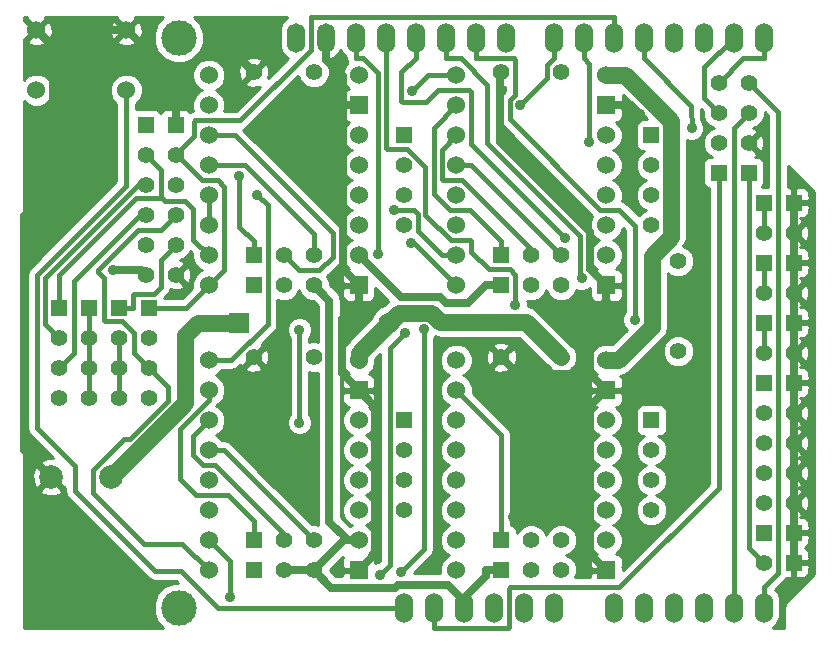
<source format=gbl>
G04 (created by PCBNEW-RS274X (2012-01-19 BZR 3256)-stable) date 1/09/2013 9:30:05 p.m.*
G01*
G70*
G90*
%MOIN*%
G04 Gerber Fmt 3.4, Leading zero omitted, Abs format*
%FSLAX34Y34*%
G04 APERTURE LIST*
%ADD10C,0.006000*%
%ADD11C,0.118100*%
%ADD12O,0.060000X0.100000*%
%ADD13O,0.059100X0.098400*%
%ADD14O,0.060600X0.098400*%
%ADD15R,0.060000X0.060000*%
%ADD16C,0.060000*%
%ADD17R,0.055000X0.055000*%
%ADD18C,0.055000*%
%ADD19C,0.078700*%
%ADD20C,0.070000*%
%ADD21R,0.070000X0.070000*%
%ADD22C,0.035000*%
%ADD23C,0.016000*%
%ADD24C,0.027600*%
%ADD25C,0.055200*%
%ADD26C,0.010000*%
G04 APERTURE END LIST*
G54D10*
G54D11*
X24750Y-33500D03*
X24750Y-14500D03*
G54D12*
X44250Y-33500D03*
X43250Y-33500D03*
X42250Y-33500D03*
X39250Y-33500D03*
X40250Y-33500D03*
X41250Y-33500D03*
X37250Y-33500D03*
X36250Y-33500D03*
X35250Y-33500D03*
X33250Y-33500D03*
X32250Y-33500D03*
X44250Y-14500D03*
X43250Y-14500D03*
X42250Y-14500D03*
X41250Y-14500D03*
X40250Y-14500D03*
X39250Y-14500D03*
X38250Y-14500D03*
X37250Y-14500D03*
X35650Y-14500D03*
X34650Y-14500D03*
X33650Y-14500D03*
X32650Y-14500D03*
X31650Y-14500D03*
X30650Y-14500D03*
G54D13*
X29650Y-14500D03*
G54D14*
X28650Y-14500D03*
G54D12*
X34250Y-33500D03*
G54D15*
X30750Y-32250D03*
G54D16*
X30750Y-31250D03*
X30750Y-30250D03*
X30750Y-29250D03*
X30750Y-28250D03*
X30750Y-27250D03*
G54D15*
X30750Y-26250D03*
G54D16*
X30750Y-25250D03*
X25750Y-25250D03*
X25750Y-26250D03*
X25750Y-27250D03*
X25750Y-28250D03*
X25750Y-29250D03*
X25750Y-30250D03*
X25750Y-31250D03*
X25750Y-32250D03*
G54D15*
X39000Y-22750D03*
G54D16*
X39000Y-21750D03*
X39000Y-20750D03*
X39000Y-19750D03*
X39000Y-18750D03*
X39000Y-17750D03*
G54D15*
X39000Y-16750D03*
G54D16*
X39000Y-15750D03*
X34000Y-15750D03*
X34000Y-16750D03*
X34000Y-17750D03*
X34000Y-18750D03*
X34000Y-19750D03*
X34000Y-20750D03*
X34000Y-21750D03*
X34000Y-22750D03*
G54D15*
X30750Y-22750D03*
G54D16*
X30750Y-21750D03*
X30750Y-20750D03*
X30750Y-19750D03*
X30750Y-18750D03*
X30750Y-17750D03*
G54D15*
X30750Y-16750D03*
G54D16*
X30750Y-15750D03*
X25750Y-15750D03*
X25750Y-16750D03*
X25750Y-17750D03*
X25750Y-18750D03*
X25750Y-19750D03*
X25750Y-20750D03*
X25750Y-21750D03*
X25750Y-22750D03*
G54D17*
X27250Y-31250D03*
G54D18*
X28250Y-31250D03*
X29250Y-31250D03*
G54D17*
X35500Y-22750D03*
G54D18*
X36500Y-22750D03*
X37500Y-22750D03*
G54D17*
X35500Y-21750D03*
G54D18*
X36500Y-21750D03*
X37500Y-21750D03*
G54D17*
X27250Y-32250D03*
G54D18*
X28250Y-32250D03*
X29250Y-32250D03*
G54D17*
X27250Y-21750D03*
G54D18*
X28250Y-21750D03*
X29250Y-21750D03*
G54D17*
X27250Y-22750D03*
G54D18*
X28250Y-22750D03*
X29250Y-22750D03*
G54D17*
X45250Y-32000D03*
G54D18*
X44250Y-32000D03*
G54D19*
X22500Y-29150D03*
X20500Y-29150D03*
G54D16*
X20000Y-14250D03*
X23000Y-16250D03*
X20000Y-16250D03*
X23000Y-14250D03*
G54D17*
X32250Y-17750D03*
G54D18*
X32250Y-18750D03*
X32250Y-19750D03*
X32250Y-20750D03*
G54D17*
X40500Y-17750D03*
G54D18*
X40500Y-18750D03*
X40500Y-19750D03*
X40500Y-20750D03*
G54D17*
X32250Y-27250D03*
G54D18*
X32250Y-28250D03*
X32250Y-29250D03*
X32250Y-30250D03*
G54D17*
X45250Y-26000D03*
G54D18*
X45250Y-27000D03*
X45250Y-28000D03*
G54D17*
X44250Y-26000D03*
G54D18*
X44250Y-27000D03*
X44250Y-28000D03*
G54D17*
X45250Y-31000D03*
G54D18*
X45250Y-30000D03*
X45250Y-29000D03*
G54D17*
X44250Y-31000D03*
G54D18*
X44250Y-30000D03*
X44250Y-29000D03*
G54D17*
X45250Y-24000D03*
G54D18*
X45250Y-25000D03*
G54D17*
X45250Y-22000D03*
G54D18*
X45250Y-23000D03*
G54D17*
X45250Y-20000D03*
G54D18*
X45250Y-21000D03*
G54D17*
X44250Y-20000D03*
G54D18*
X44250Y-21000D03*
G54D17*
X44250Y-22000D03*
G54D18*
X44250Y-23000D03*
G54D17*
X44250Y-24000D03*
G54D18*
X44250Y-25000D03*
X29250Y-15650D03*
X27250Y-15650D03*
X37500Y-15650D03*
X35500Y-15650D03*
X29250Y-25150D03*
X27250Y-25150D03*
G54D15*
X39000Y-32250D03*
G54D16*
X39000Y-31250D03*
X39000Y-30250D03*
X39000Y-29250D03*
X39000Y-28250D03*
X39000Y-27250D03*
G54D15*
X39000Y-26250D03*
G54D16*
X39000Y-25250D03*
X34000Y-25250D03*
X34000Y-26250D03*
X34000Y-27250D03*
X34000Y-28250D03*
X34000Y-29250D03*
X34000Y-30250D03*
X34000Y-31250D03*
X34000Y-32250D03*
G54D17*
X20750Y-23500D03*
G54D18*
X20750Y-24500D03*
X20750Y-25500D03*
X20750Y-26500D03*
G54D17*
X23750Y-23500D03*
G54D18*
X23750Y-24500D03*
X23750Y-25500D03*
X23750Y-26500D03*
G54D17*
X21750Y-23500D03*
G54D18*
X21750Y-24500D03*
X21750Y-25500D03*
X21750Y-26500D03*
G54D17*
X22750Y-23500D03*
G54D18*
X22750Y-24500D03*
X22750Y-25500D03*
X22750Y-26500D03*
G54D17*
X40500Y-27250D03*
G54D18*
X40500Y-28250D03*
X40500Y-29250D03*
X40500Y-30250D03*
G54D17*
X35500Y-32250D03*
G54D18*
X36500Y-32250D03*
X37500Y-32250D03*
G54D17*
X35500Y-31250D03*
G54D18*
X36500Y-31250D03*
X37500Y-31250D03*
X37500Y-25150D03*
X35500Y-25150D03*
G54D20*
X31750Y-24000D03*
G54D21*
X26750Y-24000D03*
G54D17*
X43750Y-19000D03*
G54D18*
X43750Y-18000D03*
X43750Y-17000D03*
X43750Y-16000D03*
G54D17*
X42750Y-19000D03*
G54D18*
X42750Y-18000D03*
X42750Y-17000D03*
X42750Y-16000D03*
G54D17*
X23650Y-17400D03*
G54D18*
X23650Y-18400D03*
X23650Y-19400D03*
X23650Y-20400D03*
X23650Y-21400D03*
X23650Y-22400D03*
G54D17*
X24650Y-17400D03*
G54D18*
X24650Y-18400D03*
X24650Y-19400D03*
X24650Y-20400D03*
X24650Y-21400D03*
X24650Y-22400D03*
X41400Y-21950D03*
X41400Y-24950D03*
G54D22*
X22558Y-22238D03*
X27365Y-19743D03*
X32532Y-16264D03*
X40121Y-17056D03*
X35883Y-30474D03*
X26760Y-19125D03*
X28773Y-27331D03*
X28773Y-24231D03*
X31386Y-21723D03*
X35958Y-23396D03*
X39952Y-23901D03*
X32476Y-21333D03*
X38425Y-17975D03*
X38179Y-22517D03*
X31932Y-20259D03*
X32284Y-24355D03*
X36133Y-16736D03*
X31443Y-32416D03*
X37633Y-21191D03*
X26443Y-33142D03*
X32919Y-24224D03*
X41841Y-17514D03*
X32146Y-32315D03*
G54D23*
X35750Y-32861D02*
X35795Y-32816D01*
X35750Y-34155D02*
X35750Y-32861D01*
X35722Y-34183D02*
X35750Y-34155D01*
X33250Y-34183D02*
X35722Y-34183D01*
X33250Y-33500D02*
X33250Y-34183D01*
X42750Y-29501D02*
X42750Y-19000D01*
X39435Y-32816D02*
X42750Y-29501D01*
X35795Y-32816D02*
X39435Y-32816D01*
G54D24*
X23488Y-22238D02*
X23650Y-22400D01*
X29250Y-32250D02*
X29834Y-32834D01*
X30750Y-31250D02*
X30380Y-31250D01*
X30315Y-31185D02*
X29767Y-30637D01*
X34159Y-33175D02*
X34250Y-33175D01*
X22558Y-22238D02*
X23488Y-22238D01*
X34397Y-23337D02*
X34984Y-22750D01*
X33641Y-23337D02*
X34397Y-23337D01*
X33455Y-23151D02*
X33641Y-23337D01*
X32151Y-23151D02*
X33455Y-23151D01*
X30380Y-31250D02*
X30315Y-31185D01*
X30315Y-31185D02*
X29250Y-32250D01*
X28250Y-32250D02*
X29250Y-32250D01*
X35500Y-22750D02*
X34984Y-22750D01*
X34984Y-32250D02*
X34984Y-32441D01*
X35500Y-32250D02*
X34984Y-32250D01*
X29834Y-32834D02*
X31941Y-32834D01*
X34250Y-33175D02*
X34250Y-33500D01*
X34984Y-32441D02*
X34250Y-33175D01*
X30750Y-21750D02*
X32151Y-23151D01*
X29767Y-23267D02*
X29250Y-22750D01*
X29767Y-30637D02*
X29767Y-23267D01*
X33715Y-32731D02*
X34159Y-33175D01*
X32044Y-32731D02*
X33715Y-32731D01*
X31941Y-32834D02*
X32044Y-32731D01*
G54D23*
X24650Y-21400D02*
X24150Y-21900D01*
X23208Y-23087D02*
X23208Y-23500D01*
X22750Y-23500D02*
X23208Y-23500D01*
X23922Y-23042D02*
X23253Y-23042D01*
X23253Y-23042D02*
X23208Y-23087D01*
X24150Y-21900D02*
X24150Y-22814D01*
X22750Y-25500D02*
X22750Y-24500D01*
X22750Y-26500D02*
X22750Y-25500D01*
X24150Y-22814D02*
X23922Y-23042D01*
X21750Y-24500D02*
X21750Y-23500D01*
X21750Y-25500D02*
X21750Y-24500D01*
X21750Y-26500D02*
X21750Y-25500D01*
X43250Y-17500D02*
X43250Y-33500D01*
X43750Y-17000D02*
X43250Y-17500D01*
X44720Y-32347D02*
X44250Y-32817D01*
X44720Y-16970D02*
X44720Y-32347D01*
X43750Y-16000D02*
X44720Y-16970D01*
X44250Y-33500D02*
X44250Y-32817D01*
X44250Y-14500D02*
X44250Y-15183D01*
X42750Y-16000D02*
X43567Y-15183D01*
X43567Y-15183D02*
X44250Y-15183D01*
X42273Y-15477D02*
X43250Y-14500D01*
X42273Y-16523D02*
X42273Y-15477D01*
X42750Y-17000D02*
X42273Y-16523D01*
X33046Y-15750D02*
X34000Y-15750D01*
X25750Y-25250D02*
X26504Y-25250D01*
X26504Y-25250D02*
X27709Y-24045D01*
X27709Y-24045D02*
X27709Y-20087D01*
X27709Y-20087D02*
X27365Y-19743D01*
X32532Y-16264D02*
X33046Y-15750D01*
G54D25*
X41155Y-17279D02*
X39626Y-15750D01*
X39626Y-15750D02*
X39000Y-15750D01*
X41155Y-21146D02*
X41155Y-17279D01*
X39000Y-25250D02*
X39404Y-25250D01*
X40525Y-24129D02*
X40525Y-21776D01*
X40525Y-21776D02*
X41155Y-21146D01*
X39404Y-25250D02*
X40525Y-24129D01*
X30750Y-25250D02*
X30750Y-25000D01*
X31750Y-24000D02*
X32082Y-23668D01*
X30750Y-25000D02*
X31750Y-24000D01*
X36318Y-23968D02*
X37500Y-25150D01*
X33468Y-23968D02*
X36318Y-23968D01*
X33168Y-23668D02*
X33468Y-23968D01*
X32082Y-23668D02*
X33168Y-23668D01*
X24971Y-26679D02*
X22500Y-29150D01*
X24971Y-24423D02*
X24971Y-26679D01*
X25394Y-24000D02*
X24971Y-24423D01*
X26750Y-24000D02*
X25394Y-24000D01*
G54D24*
X19592Y-28242D02*
X20500Y-29150D01*
X35454Y-17982D02*
X35454Y-15696D01*
X35454Y-15696D02*
X35500Y-15650D01*
X20542Y-14792D02*
X20542Y-19504D01*
X20542Y-19504D02*
X19592Y-20454D01*
X19592Y-20454D02*
X19592Y-28242D01*
X23000Y-14250D02*
X21084Y-14250D01*
X38458Y-20986D02*
X35454Y-17982D01*
X21084Y-14250D02*
X20542Y-14792D01*
X38458Y-22208D02*
X38458Y-20986D01*
X39000Y-16750D02*
X39815Y-16750D01*
X39815Y-16750D02*
X40121Y-17056D01*
X39000Y-22750D02*
X39000Y-23291D01*
X39000Y-22750D02*
X38458Y-22208D01*
X30750Y-22750D02*
X30750Y-23291D01*
X30208Y-16750D02*
X30208Y-22208D01*
X30750Y-23291D02*
X30178Y-23863D01*
X30178Y-23863D02*
X30178Y-25678D01*
X30178Y-25678D02*
X30750Y-26250D01*
X24650Y-15891D02*
X24650Y-17400D01*
X27250Y-15650D02*
X26732Y-15132D01*
X26732Y-15132D02*
X25409Y-15132D01*
X25409Y-15132D02*
X24650Y-15891D01*
X24650Y-15891D02*
X23009Y-14250D01*
X23009Y-14250D02*
X23000Y-14250D01*
X20000Y-14250D02*
X20542Y-14792D01*
X30208Y-22208D02*
X30750Y-22750D01*
X31299Y-26799D02*
X31299Y-31701D01*
X31299Y-31701D02*
X30750Y-32250D01*
X29650Y-15234D02*
X30208Y-15792D01*
X30208Y-15792D02*
X30208Y-16750D01*
X30750Y-16750D02*
X30208Y-16750D01*
X45250Y-27000D02*
X45250Y-26000D01*
X45250Y-28000D02*
X45250Y-27000D01*
X45250Y-30000D02*
X45250Y-29000D01*
X29650Y-14500D02*
X29650Y-15234D01*
X45250Y-22000D02*
X45250Y-23000D01*
X45250Y-23000D02*
X45250Y-24000D01*
X45250Y-24000D02*
X45250Y-25000D01*
X45250Y-25000D02*
X45250Y-26000D01*
X45250Y-32000D02*
X45250Y-31000D01*
X45250Y-30000D02*
X45250Y-31000D01*
X30750Y-26250D02*
X31299Y-26799D01*
X45250Y-29000D02*
X45250Y-28000D01*
X45250Y-21000D02*
X45250Y-22000D01*
X45250Y-20000D02*
X45250Y-21000D01*
X38458Y-30474D02*
X38458Y-26792D01*
X38458Y-26792D02*
X39000Y-26250D01*
X39000Y-32250D02*
X38458Y-31708D01*
X38458Y-31708D02*
X38458Y-30474D01*
X35883Y-30474D02*
X38458Y-30474D01*
X38459Y-25700D02*
X36050Y-25700D01*
X36050Y-25700D02*
X35500Y-25150D01*
X38459Y-25700D02*
X38459Y-23832D01*
X38459Y-23832D02*
X39000Y-23291D01*
X39000Y-26250D02*
X38459Y-25709D01*
X38459Y-25709D02*
X38459Y-25700D01*
G54D23*
X35500Y-31250D02*
X35500Y-30792D01*
X35500Y-27750D02*
X34000Y-26250D01*
X35500Y-30792D02*
X35500Y-27750D01*
X34500Y-18750D02*
X34000Y-18750D01*
X37500Y-21750D02*
X34500Y-18750D01*
X33244Y-17506D02*
X34000Y-16750D01*
X33244Y-19701D02*
X33244Y-17506D01*
X33793Y-20250D02*
X33244Y-19701D01*
X34458Y-20250D02*
X33793Y-20250D01*
X35500Y-21292D02*
X34458Y-20250D01*
X35500Y-21750D02*
X35500Y-21292D01*
X36500Y-21750D02*
X36500Y-21548D01*
X36500Y-21548D02*
X34202Y-19250D01*
X34202Y-19250D02*
X33561Y-19250D01*
X33561Y-19250D02*
X33508Y-19197D01*
X33508Y-18242D02*
X34000Y-17750D01*
X33508Y-19197D02*
X33508Y-18242D01*
X25750Y-20750D02*
X25750Y-19750D01*
X26624Y-17750D02*
X25750Y-17750D01*
X29886Y-21012D02*
X26624Y-17750D01*
X29886Y-21802D02*
X29886Y-21012D01*
X29438Y-22250D02*
X29886Y-21802D01*
X28750Y-22250D02*
X29438Y-22250D01*
X28250Y-21750D02*
X28750Y-22250D01*
X26760Y-20802D02*
X26760Y-19125D01*
X27250Y-21750D02*
X27250Y-21292D01*
X27250Y-21292D02*
X26760Y-20802D01*
X26250Y-28250D02*
X25750Y-28250D01*
X29250Y-31250D02*
X26250Y-28250D01*
X25234Y-27766D02*
X25750Y-27250D01*
X25234Y-28422D02*
X25234Y-27766D01*
X25562Y-28750D02*
X25234Y-28422D01*
X25946Y-28750D02*
X25562Y-28750D01*
X28250Y-31054D02*
X25946Y-28750D01*
X28250Y-31250D02*
X28250Y-31054D01*
X25750Y-26566D02*
X25750Y-26250D01*
X27250Y-31250D02*
X27250Y-30610D01*
X27250Y-30610D02*
X26390Y-29750D01*
X26390Y-29750D02*
X25311Y-29750D01*
X25311Y-29750D02*
X24785Y-29224D01*
X24785Y-29224D02*
X24785Y-27531D01*
X24785Y-27531D02*
X25750Y-26566D01*
X26952Y-18750D02*
X25750Y-18750D01*
X29250Y-21048D02*
X26952Y-18750D01*
X29250Y-21750D02*
X29250Y-21048D01*
X23000Y-19427D02*
X23000Y-16250D01*
X23945Y-32269D02*
X21300Y-29624D01*
X26041Y-33500D02*
X24810Y-32269D01*
X24810Y-32269D02*
X23945Y-32269D01*
X32250Y-33500D02*
X26041Y-33500D01*
X20027Y-27503D02*
X20027Y-22400D01*
X20027Y-22400D02*
X23000Y-19427D01*
X21300Y-28776D02*
X20027Y-27503D01*
X21300Y-29624D02*
X21300Y-28776D01*
X43750Y-19000D02*
X43750Y-31500D01*
X43750Y-31500D02*
X44250Y-32000D01*
X31386Y-21723D02*
X31386Y-21317D01*
X30650Y-14500D02*
X30650Y-15183D01*
X28773Y-27331D02*
X28773Y-24231D01*
X31386Y-15685D02*
X30884Y-15183D01*
X30884Y-15183D02*
X30650Y-15183D01*
X31386Y-21317D02*
X31386Y-15685D01*
X31650Y-15183D02*
X31650Y-18164D01*
X31650Y-18164D02*
X31695Y-18209D01*
X34498Y-21285D02*
X34498Y-21633D01*
X35780Y-22221D02*
X35958Y-22399D01*
X34463Y-21250D02*
X34498Y-21285D01*
X35958Y-22399D02*
X35958Y-23396D01*
X31650Y-14500D02*
X31650Y-15183D01*
X31695Y-18209D02*
X32361Y-18209D01*
X33813Y-21250D02*
X34463Y-21250D01*
X32972Y-20409D02*
X33813Y-21250D01*
X32972Y-18820D02*
X32972Y-20409D01*
X32361Y-18209D02*
X32972Y-18820D01*
X34498Y-21633D02*
X35086Y-22221D01*
X35086Y-22221D02*
X35780Y-22221D01*
X29172Y-13817D02*
X29142Y-13847D01*
X24667Y-18383D02*
X24650Y-18400D01*
X39250Y-13817D02*
X29172Y-13817D01*
X26266Y-22234D02*
X25750Y-22750D01*
X26266Y-19461D02*
X26266Y-22234D01*
X25534Y-19250D02*
X26055Y-19250D01*
X24667Y-18383D02*
X25534Y-19250D01*
X26055Y-19250D02*
X26266Y-19461D01*
X29142Y-13847D02*
X29142Y-14905D01*
X29142Y-14905D02*
X26790Y-17257D01*
X25298Y-17257D02*
X25260Y-17295D01*
X26790Y-17257D02*
X25298Y-17257D01*
X25260Y-17295D02*
X25260Y-17790D01*
X25260Y-17790D02*
X24667Y-18383D01*
X25000Y-23500D02*
X25750Y-22750D01*
X23750Y-23500D02*
X25000Y-23500D01*
X39250Y-14500D02*
X39250Y-13817D01*
X44250Y-25000D02*
X44250Y-24000D01*
X34650Y-14500D02*
X34650Y-15183D01*
X39952Y-20764D02*
X39952Y-23901D01*
X39438Y-20250D02*
X39952Y-20764D01*
X38806Y-20250D02*
X39438Y-20250D01*
X35775Y-17219D02*
X38806Y-20250D01*
X35775Y-16588D02*
X35775Y-17219D01*
X35961Y-16402D02*
X35775Y-16588D01*
X35961Y-15233D02*
X35961Y-16402D01*
X35911Y-15183D02*
X35961Y-15233D01*
X34650Y-15183D02*
X35911Y-15183D01*
X23650Y-18400D02*
X24150Y-18900D01*
X23314Y-19859D02*
X24105Y-19859D01*
X20750Y-23500D02*
X20750Y-22423D01*
X20750Y-22423D02*
X23314Y-19859D01*
X24150Y-18900D02*
X24150Y-19814D01*
X24105Y-19859D02*
X24150Y-19814D01*
X24970Y-19941D02*
X24277Y-19941D01*
X25234Y-20205D02*
X24970Y-19941D01*
X25234Y-21234D02*
X25234Y-20205D01*
X25750Y-21750D02*
X25234Y-21234D01*
X24277Y-19941D02*
X24150Y-19814D01*
X38425Y-17975D02*
X38427Y-15360D01*
X34000Y-22750D02*
X32583Y-21333D01*
X32583Y-21333D02*
X32476Y-21333D01*
X38427Y-15360D02*
X38250Y-15183D01*
X38250Y-14500D02*
X38250Y-15183D01*
X33650Y-15183D02*
X34142Y-15183D01*
X38112Y-22450D02*
X38179Y-22517D01*
X35034Y-18017D02*
X38112Y-21095D01*
X38112Y-21095D02*
X38112Y-22450D01*
X34142Y-15183D02*
X35034Y-16075D01*
X44250Y-23000D02*
X44250Y-22000D01*
X35034Y-16075D02*
X35034Y-18017D01*
X33650Y-14500D02*
X33650Y-15183D01*
X33524Y-21750D02*
X32708Y-20934D01*
X32708Y-20934D02*
X32708Y-20382D01*
X34000Y-21750D02*
X33524Y-21750D01*
X32708Y-20382D02*
X32585Y-20259D01*
X32585Y-20259D02*
X31932Y-20259D01*
X20750Y-24500D02*
X20291Y-24041D01*
X20291Y-22509D02*
X23400Y-19400D01*
X23400Y-19400D02*
X23650Y-19400D01*
X20291Y-24041D02*
X20291Y-22509D01*
X24383Y-26617D02*
X24383Y-26133D01*
X23126Y-27874D02*
X24383Y-26617D01*
X22931Y-27874D02*
X23126Y-27874D01*
X21898Y-28907D02*
X22931Y-27874D01*
X21898Y-29683D02*
X21898Y-28907D01*
X23577Y-31362D02*
X21898Y-29683D01*
X24862Y-31362D02*
X23577Y-31362D01*
X25750Y-32250D02*
X24862Y-31362D01*
X23750Y-25500D02*
X23250Y-25000D01*
X24383Y-26133D02*
X23750Y-25500D01*
X31782Y-32077D02*
X31782Y-24857D01*
X24150Y-20900D02*
X24650Y-20400D01*
X23388Y-20900D02*
X24150Y-20900D01*
X22056Y-22232D02*
X23388Y-20900D01*
X22056Y-22296D02*
X22056Y-22232D01*
X22254Y-23914D02*
X22254Y-22494D01*
X22299Y-23959D02*
X22254Y-23914D01*
X22861Y-23959D02*
X22299Y-23959D01*
X23250Y-24348D02*
X22861Y-23959D01*
X23250Y-25000D02*
X23250Y-24348D01*
X37250Y-14500D02*
X37250Y-15183D01*
X36133Y-16736D02*
X37033Y-15836D01*
X37033Y-15836D02*
X37033Y-15400D01*
X37033Y-15400D02*
X37250Y-15183D01*
X22254Y-22494D02*
X22056Y-22296D01*
X31782Y-24857D02*
X32284Y-24355D01*
X31443Y-32416D02*
X31782Y-32077D01*
X32174Y-15659D02*
X32174Y-16600D01*
X34484Y-16295D02*
X34484Y-18042D01*
X32174Y-16600D02*
X32219Y-16645D01*
X32219Y-16645D02*
X32997Y-16645D01*
X32997Y-16645D02*
X33392Y-16250D01*
X33392Y-16250D02*
X34439Y-16250D01*
X34484Y-18042D02*
X37633Y-21191D01*
X34439Y-16250D02*
X34484Y-16295D01*
X32650Y-15183D02*
X32174Y-15659D01*
X44250Y-21000D02*
X44250Y-20000D01*
X32650Y-14500D02*
X32650Y-15183D01*
X21250Y-25000D02*
X21250Y-22595D01*
X40250Y-14500D02*
X40250Y-15183D01*
X23445Y-20400D02*
X23650Y-20400D01*
X21250Y-22595D02*
X23445Y-20400D01*
X20750Y-25500D02*
X21250Y-25000D01*
X40250Y-15183D02*
X41839Y-16772D01*
X41839Y-16772D02*
X41841Y-17514D01*
X25750Y-31250D02*
X26443Y-31943D01*
X26443Y-31943D02*
X26443Y-33142D01*
X32146Y-32315D02*
X32919Y-31542D01*
X32919Y-31542D02*
X32919Y-24224D01*
G54D10*
G36*
X25523Y-22250D02*
X25439Y-22285D01*
X25285Y-22439D01*
X25201Y-22641D01*
X25201Y-22832D01*
X25169Y-22864D01*
X25169Y-22474D01*
X25158Y-22270D01*
X25102Y-22133D01*
X25011Y-22110D01*
X24721Y-22400D01*
X25011Y-22690D01*
X25102Y-22667D01*
X25169Y-22474D01*
X25169Y-22864D01*
X24863Y-23170D01*
X24271Y-23170D01*
X24268Y-23162D01*
X24383Y-23048D01*
X24383Y-23047D01*
X24430Y-22976D01*
X24454Y-22941D01*
X24455Y-22940D01*
X24466Y-22881D01*
X24576Y-22919D01*
X24780Y-22908D01*
X24917Y-22852D01*
X24940Y-22761D01*
X24685Y-22506D01*
X24650Y-22471D01*
X24579Y-22400D01*
X24650Y-22329D01*
X24685Y-22294D01*
X24940Y-22039D01*
X24917Y-21948D01*
X24798Y-21906D01*
X24947Y-21845D01*
X25095Y-21698D01*
X25135Y-21601D01*
X25201Y-21667D01*
X25201Y-21859D01*
X25285Y-22061D01*
X25439Y-22215D01*
X25523Y-22250D01*
X25523Y-22250D01*
G37*
G54D26*
X25523Y-22250D02*
X25439Y-22285D01*
X25285Y-22439D01*
X25201Y-22641D01*
X25201Y-22832D01*
X25169Y-22864D01*
X25169Y-22474D01*
X25158Y-22270D01*
X25102Y-22133D01*
X25011Y-22110D01*
X24721Y-22400D01*
X25011Y-22690D01*
X25102Y-22667D01*
X25169Y-22474D01*
X25169Y-22864D01*
X24863Y-23170D01*
X24271Y-23170D01*
X24268Y-23162D01*
X24383Y-23048D01*
X24383Y-23047D01*
X24430Y-22976D01*
X24454Y-22941D01*
X24455Y-22940D01*
X24466Y-22881D01*
X24576Y-22919D01*
X24780Y-22908D01*
X24917Y-22852D01*
X24940Y-22761D01*
X24685Y-22506D01*
X24650Y-22471D01*
X24579Y-22400D01*
X24650Y-22329D01*
X24685Y-22294D01*
X24940Y-22039D01*
X24917Y-21948D01*
X24798Y-21906D01*
X24947Y-21845D01*
X25095Y-21698D01*
X25135Y-21601D01*
X25201Y-21667D01*
X25201Y-21859D01*
X25285Y-22061D01*
X25439Y-22215D01*
X25523Y-22250D01*
G54D10*
G36*
X28395Y-15184D02*
X27722Y-15858D01*
X27769Y-15724D01*
X27758Y-15520D01*
X27702Y-15383D01*
X27611Y-15360D01*
X27540Y-15431D01*
X27540Y-15289D01*
X27517Y-15198D01*
X27324Y-15131D01*
X27120Y-15142D01*
X26983Y-15198D01*
X26960Y-15289D01*
X27250Y-15579D01*
X27540Y-15289D01*
X27540Y-15431D01*
X27356Y-15615D01*
X27321Y-15650D01*
X27250Y-15721D01*
X27215Y-15756D01*
X27179Y-15792D01*
X27179Y-15650D01*
X26889Y-15360D01*
X26798Y-15383D01*
X26731Y-15576D01*
X26742Y-15780D01*
X26798Y-15917D01*
X26889Y-15940D01*
X27179Y-15650D01*
X27179Y-15792D01*
X26960Y-16011D01*
X26983Y-16102D01*
X27176Y-16169D01*
X27380Y-16158D01*
X27452Y-16128D01*
X26653Y-16927D01*
X26270Y-16927D01*
X26299Y-16859D01*
X26299Y-16641D01*
X26215Y-16439D01*
X26061Y-16285D01*
X25976Y-16250D01*
X26061Y-16215D01*
X26215Y-16061D01*
X26299Y-15859D01*
X26299Y-15641D01*
X26215Y-15439D01*
X26061Y-15285D01*
X25859Y-15201D01*
X25641Y-15201D01*
X25439Y-15285D01*
X25285Y-15439D01*
X25201Y-15641D01*
X25201Y-15859D01*
X25285Y-16061D01*
X25439Y-16215D01*
X25523Y-16250D01*
X25439Y-16285D01*
X25285Y-16439D01*
X25201Y-16641D01*
X25201Y-16859D01*
X25234Y-16939D01*
X25172Y-16952D01*
X25136Y-16976D01*
X25131Y-16979D01*
X25066Y-16914D01*
X24975Y-16876D01*
X24876Y-16876D01*
X24762Y-16875D01*
X24700Y-16937D01*
X24700Y-17300D01*
X24700Y-17350D01*
X24700Y-17450D01*
X24600Y-17450D01*
X24600Y-17350D01*
X24600Y-17300D01*
X24600Y-16937D01*
X24538Y-16875D01*
X24424Y-16876D01*
X24325Y-16876D01*
X24234Y-16914D01*
X24164Y-16984D01*
X24150Y-17017D01*
X24136Y-16984D01*
X24066Y-16914D01*
X23975Y-16876D01*
X23876Y-16876D01*
X23330Y-16876D01*
X23330Y-16696D01*
X23465Y-16561D01*
X23549Y-16359D01*
X23549Y-16141D01*
X23543Y-16126D01*
X23543Y-14329D01*
X23532Y-14116D01*
X23472Y-13969D01*
X23378Y-13942D01*
X23071Y-14250D01*
X23378Y-14558D01*
X23472Y-14531D01*
X23543Y-14329D01*
X23543Y-16126D01*
X23465Y-15939D01*
X23311Y-15785D01*
X23308Y-15783D01*
X23308Y-14628D01*
X23000Y-14321D01*
X22929Y-14391D01*
X22929Y-14250D01*
X22622Y-13942D01*
X22528Y-13969D01*
X22457Y-14171D01*
X22468Y-14384D01*
X22528Y-14531D01*
X22622Y-14558D01*
X22929Y-14250D01*
X22929Y-14391D01*
X22692Y-14628D01*
X22719Y-14722D01*
X22921Y-14793D01*
X23134Y-14782D01*
X23281Y-14722D01*
X23308Y-14628D01*
X23308Y-15783D01*
X23109Y-15701D01*
X22891Y-15701D01*
X22689Y-15785D01*
X22535Y-15939D01*
X22451Y-16141D01*
X22451Y-16359D01*
X22535Y-16561D01*
X22670Y-16696D01*
X22670Y-19290D01*
X19794Y-22167D01*
X19722Y-22273D01*
X19697Y-22400D01*
X19697Y-27503D01*
X19722Y-27630D01*
X19794Y-27736D01*
X20573Y-28516D01*
X20350Y-28525D01*
X20164Y-28602D01*
X20127Y-28706D01*
X20465Y-29044D01*
X20500Y-29079D01*
X20571Y-29150D01*
X20606Y-29185D01*
X20944Y-29523D01*
X20970Y-29513D01*
X20970Y-29624D01*
X20995Y-29751D01*
X21067Y-29857D01*
X23711Y-32502D01*
X23712Y-32502D01*
X23783Y-32549D01*
X23818Y-32573D01*
X23819Y-32574D01*
X23945Y-32599D01*
X24673Y-32599D01*
X24734Y-32660D01*
X24584Y-32660D01*
X24275Y-32787D01*
X24039Y-33023D01*
X23910Y-33332D01*
X23910Y-33666D01*
X24037Y-33975D01*
X24237Y-34175D01*
X20873Y-34175D01*
X20873Y-29594D01*
X20500Y-29221D01*
X20429Y-29292D01*
X20429Y-29150D01*
X20056Y-28777D01*
X19952Y-28814D01*
X19865Y-29050D01*
X19875Y-29300D01*
X19952Y-29486D01*
X20056Y-29523D01*
X20429Y-29150D01*
X20429Y-29292D01*
X20127Y-29594D01*
X20164Y-29698D01*
X20400Y-29785D01*
X20650Y-29775D01*
X20836Y-29698D01*
X20873Y-29594D01*
X20873Y-34175D01*
X19575Y-34175D01*
X19575Y-16601D01*
X19689Y-16715D01*
X19891Y-16799D01*
X20109Y-16799D01*
X20311Y-16715D01*
X20465Y-16561D01*
X20549Y-16359D01*
X20549Y-16141D01*
X20543Y-16126D01*
X20543Y-14329D01*
X20532Y-14116D01*
X20472Y-13969D01*
X20378Y-13942D01*
X20071Y-14250D01*
X20378Y-14558D01*
X20472Y-14531D01*
X20543Y-14329D01*
X20543Y-16126D01*
X20465Y-15939D01*
X20311Y-15785D01*
X20308Y-15783D01*
X20308Y-14628D01*
X20000Y-14321D01*
X19692Y-14628D01*
X19719Y-14722D01*
X19921Y-14793D01*
X20134Y-14782D01*
X20281Y-14722D01*
X20308Y-14628D01*
X20308Y-15783D01*
X20109Y-15701D01*
X19891Y-15701D01*
X19689Y-15785D01*
X19575Y-15899D01*
X19575Y-14544D01*
X19622Y-14558D01*
X19929Y-14250D01*
X19622Y-13942D01*
X19575Y-13955D01*
X19575Y-13825D01*
X19705Y-13825D01*
X19692Y-13872D01*
X20000Y-14179D01*
X20308Y-13872D01*
X20294Y-13825D01*
X22705Y-13825D01*
X22692Y-13872D01*
X23000Y-14179D01*
X23308Y-13872D01*
X23294Y-13825D01*
X24237Y-13825D01*
X24039Y-14023D01*
X23910Y-14332D01*
X23910Y-14666D01*
X24037Y-14975D01*
X24273Y-15211D01*
X24582Y-15340D01*
X24916Y-15340D01*
X25225Y-15213D01*
X25461Y-14977D01*
X25590Y-14668D01*
X25590Y-14334D01*
X25463Y-14025D01*
X25263Y-13825D01*
X28373Y-13825D01*
X28344Y-13837D01*
X28191Y-13989D01*
X28108Y-14188D01*
X28108Y-14404D01*
X28108Y-14810D01*
X28190Y-15009D01*
X28342Y-15162D01*
X28395Y-15184D01*
X28395Y-15184D01*
G37*
G54D26*
X28395Y-15184D02*
X27722Y-15858D01*
X27769Y-15724D01*
X27758Y-15520D01*
X27702Y-15383D01*
X27611Y-15360D01*
X27540Y-15431D01*
X27540Y-15289D01*
X27517Y-15198D01*
X27324Y-15131D01*
X27120Y-15142D01*
X26983Y-15198D01*
X26960Y-15289D01*
X27250Y-15579D01*
X27540Y-15289D01*
X27540Y-15431D01*
X27356Y-15615D01*
X27321Y-15650D01*
X27250Y-15721D01*
X27215Y-15756D01*
X27179Y-15792D01*
X27179Y-15650D01*
X26889Y-15360D01*
X26798Y-15383D01*
X26731Y-15576D01*
X26742Y-15780D01*
X26798Y-15917D01*
X26889Y-15940D01*
X27179Y-15650D01*
X27179Y-15792D01*
X26960Y-16011D01*
X26983Y-16102D01*
X27176Y-16169D01*
X27380Y-16158D01*
X27452Y-16128D01*
X26653Y-16927D01*
X26270Y-16927D01*
X26299Y-16859D01*
X26299Y-16641D01*
X26215Y-16439D01*
X26061Y-16285D01*
X25976Y-16250D01*
X26061Y-16215D01*
X26215Y-16061D01*
X26299Y-15859D01*
X26299Y-15641D01*
X26215Y-15439D01*
X26061Y-15285D01*
X25859Y-15201D01*
X25641Y-15201D01*
X25439Y-15285D01*
X25285Y-15439D01*
X25201Y-15641D01*
X25201Y-15859D01*
X25285Y-16061D01*
X25439Y-16215D01*
X25523Y-16250D01*
X25439Y-16285D01*
X25285Y-16439D01*
X25201Y-16641D01*
X25201Y-16859D01*
X25234Y-16939D01*
X25172Y-16952D01*
X25136Y-16976D01*
X25131Y-16979D01*
X25066Y-16914D01*
X24975Y-16876D01*
X24876Y-16876D01*
X24762Y-16875D01*
X24700Y-16937D01*
X24700Y-17300D01*
X24700Y-17350D01*
X24700Y-17450D01*
X24600Y-17450D01*
X24600Y-17350D01*
X24600Y-17300D01*
X24600Y-16937D01*
X24538Y-16875D01*
X24424Y-16876D01*
X24325Y-16876D01*
X24234Y-16914D01*
X24164Y-16984D01*
X24150Y-17017D01*
X24136Y-16984D01*
X24066Y-16914D01*
X23975Y-16876D01*
X23876Y-16876D01*
X23330Y-16876D01*
X23330Y-16696D01*
X23465Y-16561D01*
X23549Y-16359D01*
X23549Y-16141D01*
X23543Y-16126D01*
X23543Y-14329D01*
X23532Y-14116D01*
X23472Y-13969D01*
X23378Y-13942D01*
X23071Y-14250D01*
X23378Y-14558D01*
X23472Y-14531D01*
X23543Y-14329D01*
X23543Y-16126D01*
X23465Y-15939D01*
X23311Y-15785D01*
X23308Y-15783D01*
X23308Y-14628D01*
X23000Y-14321D01*
X22929Y-14391D01*
X22929Y-14250D01*
X22622Y-13942D01*
X22528Y-13969D01*
X22457Y-14171D01*
X22468Y-14384D01*
X22528Y-14531D01*
X22622Y-14558D01*
X22929Y-14250D01*
X22929Y-14391D01*
X22692Y-14628D01*
X22719Y-14722D01*
X22921Y-14793D01*
X23134Y-14782D01*
X23281Y-14722D01*
X23308Y-14628D01*
X23308Y-15783D01*
X23109Y-15701D01*
X22891Y-15701D01*
X22689Y-15785D01*
X22535Y-15939D01*
X22451Y-16141D01*
X22451Y-16359D01*
X22535Y-16561D01*
X22670Y-16696D01*
X22670Y-19290D01*
X19794Y-22167D01*
X19722Y-22273D01*
X19697Y-22400D01*
X19697Y-27503D01*
X19722Y-27630D01*
X19794Y-27736D01*
X20573Y-28516D01*
X20350Y-28525D01*
X20164Y-28602D01*
X20127Y-28706D01*
X20465Y-29044D01*
X20500Y-29079D01*
X20571Y-29150D01*
X20606Y-29185D01*
X20944Y-29523D01*
X20970Y-29513D01*
X20970Y-29624D01*
X20995Y-29751D01*
X21067Y-29857D01*
X23711Y-32502D01*
X23712Y-32502D01*
X23783Y-32549D01*
X23818Y-32573D01*
X23819Y-32574D01*
X23945Y-32599D01*
X24673Y-32599D01*
X24734Y-32660D01*
X24584Y-32660D01*
X24275Y-32787D01*
X24039Y-33023D01*
X23910Y-33332D01*
X23910Y-33666D01*
X24037Y-33975D01*
X24237Y-34175D01*
X20873Y-34175D01*
X20873Y-29594D01*
X20500Y-29221D01*
X20429Y-29292D01*
X20429Y-29150D01*
X20056Y-28777D01*
X19952Y-28814D01*
X19865Y-29050D01*
X19875Y-29300D01*
X19952Y-29486D01*
X20056Y-29523D01*
X20429Y-29150D01*
X20429Y-29292D01*
X20127Y-29594D01*
X20164Y-29698D01*
X20400Y-29785D01*
X20650Y-29775D01*
X20836Y-29698D01*
X20873Y-29594D01*
X20873Y-34175D01*
X19575Y-34175D01*
X19575Y-16601D01*
X19689Y-16715D01*
X19891Y-16799D01*
X20109Y-16799D01*
X20311Y-16715D01*
X20465Y-16561D01*
X20549Y-16359D01*
X20549Y-16141D01*
X20543Y-16126D01*
X20543Y-14329D01*
X20532Y-14116D01*
X20472Y-13969D01*
X20378Y-13942D01*
X20071Y-14250D01*
X20378Y-14558D01*
X20472Y-14531D01*
X20543Y-14329D01*
X20543Y-16126D01*
X20465Y-15939D01*
X20311Y-15785D01*
X20308Y-15783D01*
X20308Y-14628D01*
X20000Y-14321D01*
X19692Y-14628D01*
X19719Y-14722D01*
X19921Y-14793D01*
X20134Y-14782D01*
X20281Y-14722D01*
X20308Y-14628D01*
X20308Y-15783D01*
X20109Y-15701D01*
X19891Y-15701D01*
X19689Y-15785D01*
X19575Y-15899D01*
X19575Y-14544D01*
X19622Y-14558D01*
X19929Y-14250D01*
X19622Y-13942D01*
X19575Y-13955D01*
X19575Y-13825D01*
X19705Y-13825D01*
X19692Y-13872D01*
X20000Y-14179D01*
X20308Y-13872D01*
X20294Y-13825D01*
X22705Y-13825D01*
X22692Y-13872D01*
X23000Y-14179D01*
X23308Y-13872D01*
X23294Y-13825D01*
X24237Y-13825D01*
X24039Y-14023D01*
X23910Y-14332D01*
X23910Y-14666D01*
X24037Y-14975D01*
X24273Y-15211D01*
X24582Y-15340D01*
X24916Y-15340D01*
X25225Y-15213D01*
X25461Y-14977D01*
X25590Y-14668D01*
X25590Y-14334D01*
X25463Y-14025D01*
X25263Y-13825D01*
X28373Y-13825D01*
X28344Y-13837D01*
X28191Y-13989D01*
X28108Y-14188D01*
X28108Y-14404D01*
X28108Y-14810D01*
X28190Y-15009D01*
X28342Y-15162D01*
X28395Y-15184D01*
G54D10*
G36*
X29400Y-30743D02*
X29355Y-30725D01*
X29191Y-30725D01*
X27769Y-29303D01*
X27769Y-25224D01*
X27758Y-25020D01*
X27702Y-24883D01*
X27611Y-24860D01*
X27321Y-25150D01*
X27611Y-25440D01*
X27702Y-25417D01*
X27769Y-25224D01*
X27769Y-29303D01*
X27540Y-29074D01*
X27540Y-25511D01*
X27250Y-25221D01*
X26960Y-25511D01*
X26983Y-25602D01*
X27176Y-25669D01*
X27380Y-25658D01*
X27517Y-25602D01*
X27540Y-25511D01*
X27540Y-29074D01*
X26483Y-28017D01*
X26377Y-27945D01*
X26250Y-27920D01*
X26196Y-27920D01*
X26061Y-27785D01*
X25976Y-27750D01*
X26061Y-27715D01*
X26215Y-27561D01*
X26299Y-27359D01*
X26299Y-27141D01*
X26215Y-26939D01*
X26061Y-26785D01*
X26007Y-26762D01*
X26030Y-26728D01*
X26031Y-26727D01*
X26061Y-26715D01*
X26215Y-26561D01*
X26299Y-26359D01*
X26299Y-26141D01*
X26215Y-25939D01*
X26061Y-25785D01*
X25976Y-25750D01*
X26061Y-25715D01*
X26196Y-25580D01*
X26504Y-25580D01*
X26630Y-25555D01*
X26631Y-25555D01*
X26737Y-25483D01*
X26801Y-25418D01*
X26889Y-25440D01*
X27144Y-25185D01*
X27179Y-25150D01*
X27250Y-25079D01*
X27285Y-25044D01*
X27540Y-24789D01*
X27518Y-24701D01*
X27942Y-24278D01*
X28014Y-24172D01*
X28014Y-24171D01*
X28017Y-24150D01*
X28038Y-24045D01*
X28039Y-24045D01*
X28039Y-23231D01*
X28145Y-23275D01*
X28354Y-23275D01*
X28547Y-23195D01*
X28695Y-23048D01*
X28750Y-22914D01*
X28805Y-23047D01*
X28952Y-23195D01*
X29145Y-23275D01*
X29227Y-23275D01*
X29379Y-23427D01*
X29379Y-24634D01*
X29355Y-24625D01*
X29146Y-24625D01*
X29103Y-24642D01*
X29103Y-24502D01*
X29133Y-24472D01*
X29198Y-24316D01*
X29198Y-24147D01*
X29134Y-23991D01*
X29014Y-23871D01*
X28858Y-23806D01*
X28689Y-23806D01*
X28533Y-23870D01*
X28413Y-23990D01*
X28348Y-24146D01*
X28348Y-24315D01*
X28412Y-24471D01*
X28443Y-24502D01*
X28443Y-27060D01*
X28413Y-27090D01*
X28348Y-27246D01*
X28348Y-27415D01*
X28412Y-27571D01*
X28532Y-27691D01*
X28688Y-27756D01*
X28857Y-27756D01*
X29013Y-27692D01*
X29133Y-27572D01*
X29198Y-27416D01*
X29198Y-27247D01*
X29134Y-27091D01*
X29103Y-27060D01*
X29103Y-25657D01*
X29145Y-25675D01*
X29354Y-25675D01*
X29379Y-25664D01*
X29379Y-30637D01*
X29400Y-30743D01*
X29400Y-30743D01*
G37*
G54D26*
X29400Y-30743D02*
X29355Y-30725D01*
X29191Y-30725D01*
X27769Y-29303D01*
X27769Y-25224D01*
X27758Y-25020D01*
X27702Y-24883D01*
X27611Y-24860D01*
X27321Y-25150D01*
X27611Y-25440D01*
X27702Y-25417D01*
X27769Y-25224D01*
X27769Y-29303D01*
X27540Y-29074D01*
X27540Y-25511D01*
X27250Y-25221D01*
X26960Y-25511D01*
X26983Y-25602D01*
X27176Y-25669D01*
X27380Y-25658D01*
X27517Y-25602D01*
X27540Y-25511D01*
X27540Y-29074D01*
X26483Y-28017D01*
X26377Y-27945D01*
X26250Y-27920D01*
X26196Y-27920D01*
X26061Y-27785D01*
X25976Y-27750D01*
X26061Y-27715D01*
X26215Y-27561D01*
X26299Y-27359D01*
X26299Y-27141D01*
X26215Y-26939D01*
X26061Y-26785D01*
X26007Y-26762D01*
X26030Y-26728D01*
X26031Y-26727D01*
X26061Y-26715D01*
X26215Y-26561D01*
X26299Y-26359D01*
X26299Y-26141D01*
X26215Y-25939D01*
X26061Y-25785D01*
X25976Y-25750D01*
X26061Y-25715D01*
X26196Y-25580D01*
X26504Y-25580D01*
X26630Y-25555D01*
X26631Y-25555D01*
X26737Y-25483D01*
X26801Y-25418D01*
X26889Y-25440D01*
X27144Y-25185D01*
X27179Y-25150D01*
X27250Y-25079D01*
X27285Y-25044D01*
X27540Y-24789D01*
X27518Y-24701D01*
X27942Y-24278D01*
X28014Y-24172D01*
X28014Y-24171D01*
X28017Y-24150D01*
X28038Y-24045D01*
X28039Y-24045D01*
X28039Y-23231D01*
X28145Y-23275D01*
X28354Y-23275D01*
X28547Y-23195D01*
X28695Y-23048D01*
X28750Y-22914D01*
X28805Y-23047D01*
X28952Y-23195D01*
X29145Y-23275D01*
X29227Y-23275D01*
X29379Y-23427D01*
X29379Y-24634D01*
X29355Y-24625D01*
X29146Y-24625D01*
X29103Y-24642D01*
X29103Y-24502D01*
X29133Y-24472D01*
X29198Y-24316D01*
X29198Y-24147D01*
X29134Y-23991D01*
X29014Y-23871D01*
X28858Y-23806D01*
X28689Y-23806D01*
X28533Y-23870D01*
X28413Y-23990D01*
X28348Y-24146D01*
X28348Y-24315D01*
X28412Y-24471D01*
X28443Y-24502D01*
X28443Y-27060D01*
X28413Y-27090D01*
X28348Y-27246D01*
X28348Y-27415D01*
X28412Y-27571D01*
X28532Y-27691D01*
X28688Y-27756D01*
X28857Y-27756D01*
X29013Y-27692D01*
X29133Y-27572D01*
X29198Y-27416D01*
X29198Y-27247D01*
X29134Y-27091D01*
X29103Y-27060D01*
X29103Y-25657D01*
X29145Y-25675D01*
X29354Y-25675D01*
X29379Y-25664D01*
X29379Y-30637D01*
X29400Y-30743D01*
G54D10*
G36*
X30800Y-16800D02*
X30700Y-16800D01*
X30650Y-16800D01*
X30262Y-16800D01*
X30200Y-16862D01*
X30201Y-17099D01*
X30239Y-17191D01*
X30309Y-17261D01*
X30400Y-17299D01*
X30425Y-17299D01*
X30285Y-17439D01*
X30201Y-17641D01*
X30201Y-17859D01*
X30285Y-18061D01*
X30439Y-18215D01*
X30523Y-18250D01*
X30439Y-18285D01*
X30285Y-18439D01*
X30201Y-18641D01*
X30201Y-18859D01*
X30285Y-19061D01*
X30439Y-19215D01*
X30523Y-19250D01*
X30439Y-19285D01*
X30285Y-19439D01*
X30201Y-19641D01*
X30201Y-19859D01*
X30285Y-20061D01*
X30439Y-20215D01*
X30523Y-20250D01*
X30439Y-20285D01*
X30285Y-20439D01*
X30201Y-20641D01*
X30201Y-20859D01*
X30285Y-21061D01*
X30439Y-21215D01*
X30523Y-21250D01*
X30439Y-21285D01*
X30285Y-21439D01*
X30216Y-21604D01*
X30216Y-21012D01*
X30194Y-20906D01*
X30191Y-20886D01*
X30191Y-20885D01*
X30119Y-20779D01*
X26904Y-17564D01*
X26916Y-17562D01*
X26917Y-17562D01*
X27023Y-17490D01*
X28735Y-15778D01*
X28805Y-15947D01*
X28952Y-16095D01*
X29145Y-16175D01*
X29354Y-16175D01*
X29547Y-16095D01*
X29695Y-15948D01*
X29775Y-15755D01*
X29775Y-15546D01*
X29695Y-15353D01*
X29549Y-15206D01*
X29600Y-15177D01*
X29600Y-14600D01*
X29600Y-14550D01*
X29600Y-14450D01*
X29700Y-14450D01*
X29700Y-14550D01*
X29700Y-14600D01*
X29700Y-15177D01*
X29784Y-15225D01*
X29814Y-15218D01*
X30001Y-15116D01*
X30135Y-14950D01*
X30146Y-14910D01*
X30192Y-15020D01*
X30320Y-15147D01*
X30320Y-15183D01*
X30345Y-15309D01*
X30373Y-15350D01*
X30285Y-15439D01*
X30201Y-15641D01*
X30201Y-15859D01*
X30285Y-16061D01*
X30425Y-16201D01*
X30400Y-16201D01*
X30309Y-16239D01*
X30239Y-16309D01*
X30201Y-16401D01*
X30200Y-16638D01*
X30262Y-16700D01*
X30650Y-16700D01*
X30700Y-16700D01*
X30800Y-16700D01*
X30800Y-16800D01*
X30800Y-16800D01*
G37*
G54D26*
X30800Y-16800D02*
X30700Y-16800D01*
X30650Y-16800D01*
X30262Y-16800D01*
X30200Y-16862D01*
X30201Y-17099D01*
X30239Y-17191D01*
X30309Y-17261D01*
X30400Y-17299D01*
X30425Y-17299D01*
X30285Y-17439D01*
X30201Y-17641D01*
X30201Y-17859D01*
X30285Y-18061D01*
X30439Y-18215D01*
X30523Y-18250D01*
X30439Y-18285D01*
X30285Y-18439D01*
X30201Y-18641D01*
X30201Y-18859D01*
X30285Y-19061D01*
X30439Y-19215D01*
X30523Y-19250D01*
X30439Y-19285D01*
X30285Y-19439D01*
X30201Y-19641D01*
X30201Y-19859D01*
X30285Y-20061D01*
X30439Y-20215D01*
X30523Y-20250D01*
X30439Y-20285D01*
X30285Y-20439D01*
X30201Y-20641D01*
X30201Y-20859D01*
X30285Y-21061D01*
X30439Y-21215D01*
X30523Y-21250D01*
X30439Y-21285D01*
X30285Y-21439D01*
X30216Y-21604D01*
X30216Y-21012D01*
X30194Y-20906D01*
X30191Y-20886D01*
X30191Y-20885D01*
X30119Y-20779D01*
X26904Y-17564D01*
X26916Y-17562D01*
X26917Y-17562D01*
X27023Y-17490D01*
X28735Y-15778D01*
X28805Y-15947D01*
X28952Y-16095D01*
X29145Y-16175D01*
X29354Y-16175D01*
X29547Y-16095D01*
X29695Y-15948D01*
X29775Y-15755D01*
X29775Y-15546D01*
X29695Y-15353D01*
X29549Y-15206D01*
X29600Y-15177D01*
X29600Y-14600D01*
X29600Y-14550D01*
X29600Y-14450D01*
X29700Y-14450D01*
X29700Y-14550D01*
X29700Y-14600D01*
X29700Y-15177D01*
X29784Y-15225D01*
X29814Y-15218D01*
X30001Y-15116D01*
X30135Y-14950D01*
X30146Y-14910D01*
X30192Y-15020D01*
X30320Y-15147D01*
X30320Y-15183D01*
X30345Y-15309D01*
X30373Y-15350D01*
X30285Y-15439D01*
X30201Y-15641D01*
X30201Y-15859D01*
X30285Y-16061D01*
X30425Y-16201D01*
X30400Y-16201D01*
X30309Y-16239D01*
X30239Y-16309D01*
X30201Y-16401D01*
X30200Y-16638D01*
X30262Y-16700D01*
X30650Y-16700D01*
X30700Y-16700D01*
X30800Y-16700D01*
X30800Y-16800D01*
G54D10*
G36*
X30800Y-32300D02*
X30700Y-32300D01*
X30650Y-32300D01*
X30262Y-32300D01*
X30200Y-32362D01*
X30200Y-32446D01*
X29994Y-32446D01*
X29798Y-32249D01*
X30239Y-31809D01*
X30201Y-31901D01*
X30200Y-32138D01*
X30262Y-32200D01*
X30650Y-32200D01*
X30700Y-32200D01*
X30800Y-32200D01*
X30800Y-32300D01*
X30800Y-32300D01*
G37*
G54D26*
X30800Y-32300D02*
X30700Y-32300D01*
X30650Y-32300D01*
X30262Y-32300D01*
X30200Y-32362D01*
X30200Y-32446D01*
X29994Y-32446D01*
X29798Y-32249D01*
X30239Y-31809D01*
X30201Y-31901D01*
X30200Y-32138D01*
X30262Y-32200D01*
X30650Y-32200D01*
X30700Y-32200D01*
X30800Y-32200D01*
X30800Y-32300D01*
G54D10*
G36*
X31732Y-23281D02*
X31710Y-23296D01*
X31586Y-23419D01*
X31411Y-23492D01*
X31300Y-23603D01*
X31242Y-23661D01*
X31169Y-23836D01*
X30700Y-24305D01*
X30700Y-23238D01*
X30700Y-22800D01*
X30262Y-22800D01*
X30200Y-22862D01*
X30201Y-23099D01*
X30239Y-23191D01*
X30309Y-23261D01*
X30400Y-23299D01*
X30499Y-23299D01*
X30638Y-23300D01*
X30700Y-23238D01*
X30700Y-24305D01*
X30378Y-24628D01*
X30264Y-24798D01*
X30224Y-25000D01*
X30224Y-25085D01*
X30201Y-25141D01*
X30201Y-25359D01*
X30285Y-25561D01*
X30425Y-25701D01*
X30400Y-25701D01*
X30309Y-25739D01*
X30239Y-25809D01*
X30201Y-25901D01*
X30200Y-26138D01*
X30262Y-26200D01*
X30650Y-26200D01*
X30700Y-26200D01*
X30800Y-26200D01*
X30850Y-26200D01*
X31238Y-26200D01*
X31300Y-26138D01*
X31299Y-25901D01*
X31261Y-25809D01*
X31191Y-25739D01*
X31100Y-25701D01*
X31075Y-25701D01*
X31215Y-25561D01*
X31299Y-25359D01*
X31299Y-25195D01*
X31452Y-25042D01*
X31452Y-31940D01*
X31401Y-31991D01*
X31359Y-31991D01*
X31299Y-32015D01*
X31299Y-31901D01*
X31261Y-31809D01*
X31191Y-31739D01*
X31100Y-31701D01*
X31075Y-31701D01*
X31215Y-31561D01*
X31299Y-31359D01*
X31299Y-31141D01*
X31215Y-30939D01*
X31061Y-30785D01*
X30976Y-30750D01*
X31061Y-30715D01*
X31215Y-30561D01*
X31299Y-30359D01*
X31299Y-30141D01*
X31215Y-29939D01*
X31061Y-29785D01*
X30976Y-29750D01*
X31061Y-29715D01*
X31215Y-29561D01*
X31299Y-29359D01*
X31299Y-29141D01*
X31215Y-28939D01*
X31061Y-28785D01*
X30976Y-28750D01*
X31061Y-28715D01*
X31215Y-28561D01*
X31299Y-28359D01*
X31299Y-28141D01*
X31215Y-27939D01*
X31061Y-27785D01*
X30976Y-27750D01*
X31061Y-27715D01*
X31215Y-27561D01*
X31299Y-27359D01*
X31299Y-27141D01*
X31215Y-26939D01*
X31075Y-26799D01*
X31100Y-26799D01*
X31191Y-26761D01*
X31261Y-26691D01*
X31299Y-26599D01*
X31300Y-26362D01*
X31238Y-26300D01*
X30850Y-26300D01*
X30800Y-26300D01*
X30700Y-26300D01*
X30650Y-26300D01*
X30262Y-26300D01*
X30200Y-26362D01*
X30201Y-26599D01*
X30239Y-26691D01*
X30309Y-26761D01*
X30400Y-26799D01*
X30425Y-26799D01*
X30285Y-26939D01*
X30201Y-27141D01*
X30201Y-27359D01*
X30285Y-27561D01*
X30439Y-27715D01*
X30523Y-27750D01*
X30439Y-27785D01*
X30285Y-27939D01*
X30201Y-28141D01*
X30201Y-28359D01*
X30285Y-28561D01*
X30439Y-28715D01*
X30523Y-28750D01*
X30439Y-28785D01*
X30285Y-28939D01*
X30201Y-29141D01*
X30201Y-29359D01*
X30285Y-29561D01*
X30439Y-29715D01*
X30523Y-29750D01*
X30439Y-29785D01*
X30285Y-29939D01*
X30201Y-30141D01*
X30201Y-30359D01*
X30285Y-30561D01*
X30439Y-30715D01*
X30523Y-30750D01*
X30456Y-30777D01*
X30155Y-30476D01*
X30155Y-23267D01*
X30129Y-23143D01*
X30125Y-23119D01*
X30125Y-23118D01*
X30041Y-22993D01*
X29775Y-22727D01*
X29775Y-22646D01*
X29696Y-22457D01*
X30119Y-22036D01*
X30119Y-22035D01*
X30166Y-21964D01*
X30190Y-21929D01*
X30191Y-21928D01*
X30203Y-21865D01*
X30285Y-22061D01*
X30425Y-22201D01*
X30400Y-22201D01*
X30309Y-22239D01*
X30239Y-22309D01*
X30201Y-22401D01*
X30200Y-22638D01*
X30262Y-22700D01*
X30650Y-22700D01*
X30700Y-22700D01*
X30800Y-22700D01*
X30800Y-22800D01*
X30800Y-22850D01*
X30800Y-23238D01*
X30862Y-23300D01*
X31001Y-23299D01*
X31100Y-23299D01*
X31191Y-23261D01*
X31261Y-23191D01*
X31299Y-23099D01*
X31300Y-22862D01*
X31288Y-22850D01*
X31300Y-22850D01*
X31300Y-22849D01*
X31732Y-23281D01*
X31732Y-23281D01*
G37*
G54D26*
X31732Y-23281D02*
X31710Y-23296D01*
X31586Y-23419D01*
X31411Y-23492D01*
X31300Y-23603D01*
X31242Y-23661D01*
X31169Y-23836D01*
X30700Y-24305D01*
X30700Y-23238D01*
X30700Y-22800D01*
X30262Y-22800D01*
X30200Y-22862D01*
X30201Y-23099D01*
X30239Y-23191D01*
X30309Y-23261D01*
X30400Y-23299D01*
X30499Y-23299D01*
X30638Y-23300D01*
X30700Y-23238D01*
X30700Y-24305D01*
X30378Y-24628D01*
X30264Y-24798D01*
X30224Y-25000D01*
X30224Y-25085D01*
X30201Y-25141D01*
X30201Y-25359D01*
X30285Y-25561D01*
X30425Y-25701D01*
X30400Y-25701D01*
X30309Y-25739D01*
X30239Y-25809D01*
X30201Y-25901D01*
X30200Y-26138D01*
X30262Y-26200D01*
X30650Y-26200D01*
X30700Y-26200D01*
X30800Y-26200D01*
X30850Y-26200D01*
X31238Y-26200D01*
X31300Y-26138D01*
X31299Y-25901D01*
X31261Y-25809D01*
X31191Y-25739D01*
X31100Y-25701D01*
X31075Y-25701D01*
X31215Y-25561D01*
X31299Y-25359D01*
X31299Y-25195D01*
X31452Y-25042D01*
X31452Y-31940D01*
X31401Y-31991D01*
X31359Y-31991D01*
X31299Y-32015D01*
X31299Y-31901D01*
X31261Y-31809D01*
X31191Y-31739D01*
X31100Y-31701D01*
X31075Y-31701D01*
X31215Y-31561D01*
X31299Y-31359D01*
X31299Y-31141D01*
X31215Y-30939D01*
X31061Y-30785D01*
X30976Y-30750D01*
X31061Y-30715D01*
X31215Y-30561D01*
X31299Y-30359D01*
X31299Y-30141D01*
X31215Y-29939D01*
X31061Y-29785D01*
X30976Y-29750D01*
X31061Y-29715D01*
X31215Y-29561D01*
X31299Y-29359D01*
X31299Y-29141D01*
X31215Y-28939D01*
X31061Y-28785D01*
X30976Y-28750D01*
X31061Y-28715D01*
X31215Y-28561D01*
X31299Y-28359D01*
X31299Y-28141D01*
X31215Y-27939D01*
X31061Y-27785D01*
X30976Y-27750D01*
X31061Y-27715D01*
X31215Y-27561D01*
X31299Y-27359D01*
X31299Y-27141D01*
X31215Y-26939D01*
X31075Y-26799D01*
X31100Y-26799D01*
X31191Y-26761D01*
X31261Y-26691D01*
X31299Y-26599D01*
X31300Y-26362D01*
X31238Y-26300D01*
X30850Y-26300D01*
X30800Y-26300D01*
X30700Y-26300D01*
X30650Y-26300D01*
X30262Y-26300D01*
X30200Y-26362D01*
X30201Y-26599D01*
X30239Y-26691D01*
X30309Y-26761D01*
X30400Y-26799D01*
X30425Y-26799D01*
X30285Y-26939D01*
X30201Y-27141D01*
X30201Y-27359D01*
X30285Y-27561D01*
X30439Y-27715D01*
X30523Y-27750D01*
X30439Y-27785D01*
X30285Y-27939D01*
X30201Y-28141D01*
X30201Y-28359D01*
X30285Y-28561D01*
X30439Y-28715D01*
X30523Y-28750D01*
X30439Y-28785D01*
X30285Y-28939D01*
X30201Y-29141D01*
X30201Y-29359D01*
X30285Y-29561D01*
X30439Y-29715D01*
X30523Y-29750D01*
X30439Y-29785D01*
X30285Y-29939D01*
X30201Y-30141D01*
X30201Y-30359D01*
X30285Y-30561D01*
X30439Y-30715D01*
X30523Y-30750D01*
X30456Y-30777D01*
X30155Y-30476D01*
X30155Y-23267D01*
X30129Y-23143D01*
X30125Y-23119D01*
X30125Y-23118D01*
X30041Y-22993D01*
X29775Y-22727D01*
X29775Y-22646D01*
X29696Y-22457D01*
X30119Y-22036D01*
X30119Y-22035D01*
X30166Y-21964D01*
X30190Y-21929D01*
X30191Y-21928D01*
X30203Y-21865D01*
X30285Y-22061D01*
X30425Y-22201D01*
X30400Y-22201D01*
X30309Y-22239D01*
X30239Y-22309D01*
X30201Y-22401D01*
X30200Y-22638D01*
X30262Y-22700D01*
X30650Y-22700D01*
X30700Y-22700D01*
X30800Y-22700D01*
X30800Y-22800D01*
X30800Y-22850D01*
X30800Y-23238D01*
X30862Y-23300D01*
X31001Y-23299D01*
X31100Y-23299D01*
X31191Y-23261D01*
X31261Y-23191D01*
X31299Y-23099D01*
X31300Y-22862D01*
X31288Y-22850D01*
X31300Y-22850D01*
X31300Y-22849D01*
X31732Y-23281D01*
G54D10*
G36*
X35300Y-33550D02*
X35200Y-33550D01*
X35200Y-33450D01*
X35300Y-33450D01*
X35300Y-33550D01*
X35300Y-33550D01*
G37*
G54D26*
X35300Y-33550D02*
X35200Y-33550D01*
X35200Y-33450D01*
X35300Y-33450D01*
X35300Y-33550D01*
G54D10*
G36*
X35571Y-15650D02*
X35500Y-15721D01*
X35429Y-15650D01*
X35500Y-15579D01*
X35571Y-15650D01*
X35571Y-15650D01*
G37*
G54D26*
X35571Y-15650D02*
X35500Y-15721D01*
X35429Y-15650D01*
X35500Y-15579D01*
X35571Y-15650D01*
G54D10*
G36*
X36300Y-33550D02*
X36200Y-33550D01*
X36200Y-33450D01*
X36300Y-33450D01*
X36300Y-33550D01*
X36300Y-33550D01*
G37*
G54D26*
X36300Y-33550D02*
X36200Y-33550D01*
X36200Y-33450D01*
X36300Y-33450D01*
X36300Y-33550D01*
G54D10*
G36*
X38773Y-21250D02*
X38689Y-21285D01*
X38535Y-21439D01*
X38451Y-21641D01*
X38451Y-21859D01*
X38535Y-22061D01*
X38675Y-22201D01*
X38650Y-22201D01*
X38559Y-22239D01*
X38530Y-22267D01*
X38442Y-22179D01*
X38442Y-21095D01*
X38441Y-21094D01*
X38417Y-20969D01*
X38416Y-20968D01*
X38392Y-20933D01*
X38345Y-20862D01*
X38345Y-20861D01*
X35364Y-17880D01*
X35364Y-16147D01*
X35426Y-16169D01*
X35630Y-16158D01*
X35631Y-16157D01*
X35631Y-16266D01*
X35542Y-16355D01*
X35470Y-16461D01*
X35445Y-16588D01*
X35445Y-17219D01*
X35470Y-17346D01*
X35542Y-17452D01*
X38532Y-20443D01*
X38451Y-20641D01*
X38451Y-20859D01*
X38535Y-21061D01*
X38689Y-21215D01*
X38773Y-21250D01*
X38773Y-21250D01*
G37*
G54D26*
X38773Y-21250D02*
X38689Y-21285D01*
X38535Y-21439D01*
X38451Y-21641D01*
X38451Y-21859D01*
X38535Y-22061D01*
X38675Y-22201D01*
X38650Y-22201D01*
X38559Y-22239D01*
X38530Y-22267D01*
X38442Y-22179D01*
X38442Y-21095D01*
X38441Y-21094D01*
X38417Y-20969D01*
X38416Y-20968D01*
X38392Y-20933D01*
X38345Y-20862D01*
X38345Y-20861D01*
X35364Y-17880D01*
X35364Y-16147D01*
X35426Y-16169D01*
X35630Y-16158D01*
X35631Y-16157D01*
X35631Y-16266D01*
X35542Y-16355D01*
X35470Y-16461D01*
X35445Y-16588D01*
X35445Y-17219D01*
X35470Y-17346D01*
X35542Y-17452D01*
X38532Y-20443D01*
X38451Y-20641D01*
X38451Y-20859D01*
X38535Y-21061D01*
X38689Y-21215D01*
X38773Y-21250D01*
G54D10*
G36*
X40358Y-17226D02*
X40176Y-17226D01*
X40084Y-17264D01*
X40014Y-17334D01*
X39976Y-17425D01*
X39976Y-17524D01*
X39976Y-18074D01*
X40014Y-18166D01*
X40084Y-18236D01*
X40175Y-18274D01*
X40274Y-18274D01*
X40203Y-18305D01*
X40055Y-18452D01*
X39975Y-18645D01*
X39975Y-18854D01*
X40055Y-19047D01*
X40202Y-19195D01*
X40335Y-19250D01*
X40203Y-19305D01*
X40055Y-19452D01*
X39975Y-19645D01*
X39975Y-19854D01*
X40055Y-20047D01*
X40202Y-20195D01*
X40335Y-20250D01*
X40203Y-20305D01*
X40080Y-20426D01*
X39671Y-20017D01*
X39565Y-19945D01*
X39517Y-19935D01*
X39549Y-19859D01*
X39549Y-19641D01*
X39465Y-19439D01*
X39311Y-19285D01*
X39226Y-19250D01*
X39311Y-19215D01*
X39465Y-19061D01*
X39549Y-18859D01*
X39549Y-18641D01*
X39465Y-18439D01*
X39311Y-18285D01*
X39226Y-18250D01*
X39311Y-18215D01*
X39465Y-18061D01*
X39549Y-17859D01*
X39549Y-17641D01*
X39465Y-17439D01*
X39325Y-17299D01*
X39350Y-17299D01*
X39441Y-17261D01*
X39511Y-17191D01*
X39549Y-17099D01*
X39550Y-16862D01*
X39488Y-16800D01*
X39100Y-16800D01*
X39050Y-16800D01*
X38950Y-16800D01*
X38950Y-16700D01*
X39050Y-16700D01*
X39100Y-16700D01*
X39488Y-16700D01*
X39550Y-16638D01*
X39549Y-16417D01*
X40358Y-17226D01*
X40358Y-17226D01*
G37*
G54D26*
X40358Y-17226D02*
X40176Y-17226D01*
X40084Y-17264D01*
X40014Y-17334D01*
X39976Y-17425D01*
X39976Y-17524D01*
X39976Y-18074D01*
X40014Y-18166D01*
X40084Y-18236D01*
X40175Y-18274D01*
X40274Y-18274D01*
X40203Y-18305D01*
X40055Y-18452D01*
X39975Y-18645D01*
X39975Y-18854D01*
X40055Y-19047D01*
X40202Y-19195D01*
X40335Y-19250D01*
X40203Y-19305D01*
X40055Y-19452D01*
X39975Y-19645D01*
X39975Y-19854D01*
X40055Y-20047D01*
X40202Y-20195D01*
X40335Y-20250D01*
X40203Y-20305D01*
X40080Y-20426D01*
X39671Y-20017D01*
X39565Y-19945D01*
X39517Y-19935D01*
X39549Y-19859D01*
X39549Y-19641D01*
X39465Y-19439D01*
X39311Y-19285D01*
X39226Y-19250D01*
X39311Y-19215D01*
X39465Y-19061D01*
X39549Y-18859D01*
X39549Y-18641D01*
X39465Y-18439D01*
X39311Y-18285D01*
X39226Y-18250D01*
X39311Y-18215D01*
X39465Y-18061D01*
X39549Y-17859D01*
X39549Y-17641D01*
X39465Y-17439D01*
X39325Y-17299D01*
X39350Y-17299D01*
X39441Y-17261D01*
X39511Y-17191D01*
X39549Y-17099D01*
X39550Y-16862D01*
X39488Y-16800D01*
X39100Y-16800D01*
X39050Y-16800D01*
X38950Y-16800D01*
X38950Y-16700D01*
X39050Y-16700D01*
X39100Y-16700D01*
X39488Y-16700D01*
X39550Y-16638D01*
X39549Y-16417D01*
X40358Y-17226D01*
G54D10*
G36*
X42585Y-17500D02*
X42453Y-17555D01*
X42305Y-17702D01*
X42225Y-17895D01*
X42225Y-18104D01*
X42305Y-18297D01*
X42452Y-18445D01*
X42526Y-18476D01*
X42426Y-18476D01*
X42334Y-18514D01*
X42264Y-18584D01*
X42226Y-18675D01*
X42226Y-18774D01*
X42226Y-19324D01*
X42264Y-19416D01*
X42334Y-19486D01*
X42420Y-19521D01*
X42420Y-29365D01*
X41925Y-29860D01*
X41925Y-25055D01*
X41925Y-24846D01*
X41845Y-24653D01*
X41698Y-24505D01*
X41505Y-24425D01*
X41296Y-24425D01*
X41103Y-24505D01*
X40955Y-24652D01*
X40875Y-24845D01*
X40875Y-25054D01*
X40955Y-25247D01*
X41102Y-25395D01*
X41295Y-25475D01*
X41504Y-25475D01*
X41697Y-25395D01*
X41845Y-25248D01*
X41925Y-25055D01*
X41925Y-29860D01*
X41025Y-30760D01*
X41025Y-30355D01*
X41025Y-30146D01*
X40945Y-29953D01*
X40798Y-29805D01*
X40664Y-29749D01*
X40797Y-29695D01*
X40945Y-29548D01*
X41025Y-29355D01*
X41025Y-29146D01*
X40945Y-28953D01*
X40798Y-28805D01*
X40664Y-28749D01*
X40797Y-28695D01*
X40945Y-28548D01*
X41025Y-28355D01*
X41025Y-28146D01*
X40945Y-27953D01*
X40798Y-27805D01*
X40723Y-27774D01*
X40824Y-27774D01*
X40916Y-27736D01*
X40986Y-27666D01*
X41024Y-27575D01*
X41024Y-27476D01*
X41024Y-26926D01*
X40986Y-26834D01*
X40916Y-26764D01*
X40825Y-26726D01*
X40726Y-26726D01*
X40176Y-26726D01*
X40084Y-26764D01*
X40014Y-26834D01*
X39976Y-26925D01*
X39976Y-27024D01*
X39976Y-27574D01*
X40014Y-27666D01*
X40084Y-27736D01*
X40175Y-27774D01*
X40274Y-27774D01*
X40203Y-27805D01*
X40055Y-27952D01*
X39975Y-28145D01*
X39975Y-28354D01*
X40055Y-28547D01*
X40202Y-28695D01*
X40335Y-28750D01*
X40203Y-28805D01*
X40055Y-28952D01*
X39975Y-29145D01*
X39975Y-29354D01*
X40055Y-29547D01*
X40202Y-29695D01*
X40335Y-29750D01*
X40203Y-29805D01*
X40055Y-29952D01*
X39975Y-30145D01*
X39975Y-30354D01*
X40055Y-30547D01*
X40202Y-30695D01*
X40395Y-30775D01*
X40604Y-30775D01*
X40797Y-30695D01*
X40945Y-30548D01*
X41025Y-30355D01*
X41025Y-30760D01*
X39550Y-32235D01*
X39550Y-32150D01*
X39538Y-32150D01*
X39550Y-32138D01*
X39549Y-31901D01*
X39511Y-31809D01*
X39441Y-31739D01*
X39350Y-31701D01*
X39325Y-31701D01*
X39465Y-31561D01*
X39549Y-31359D01*
X39549Y-31141D01*
X39465Y-30939D01*
X39311Y-30785D01*
X39226Y-30750D01*
X39311Y-30715D01*
X39465Y-30561D01*
X39549Y-30359D01*
X39549Y-30141D01*
X39465Y-29939D01*
X39311Y-29785D01*
X39226Y-29750D01*
X39311Y-29715D01*
X39465Y-29561D01*
X39549Y-29359D01*
X39549Y-29141D01*
X39465Y-28939D01*
X39311Y-28785D01*
X39226Y-28750D01*
X39311Y-28715D01*
X39465Y-28561D01*
X39549Y-28359D01*
X39549Y-28141D01*
X39465Y-27939D01*
X39311Y-27785D01*
X39226Y-27750D01*
X39311Y-27715D01*
X39465Y-27561D01*
X39549Y-27359D01*
X39549Y-27141D01*
X39465Y-26939D01*
X39325Y-26799D01*
X39350Y-26799D01*
X39441Y-26761D01*
X39511Y-26691D01*
X39549Y-26599D01*
X39550Y-26362D01*
X39488Y-26300D01*
X39100Y-26300D01*
X39050Y-26300D01*
X38950Y-26300D01*
X38900Y-26300D01*
X38512Y-26300D01*
X38450Y-26362D01*
X38451Y-26599D01*
X38489Y-26691D01*
X38559Y-26761D01*
X38650Y-26799D01*
X38675Y-26799D01*
X38535Y-26939D01*
X38451Y-27141D01*
X38451Y-27359D01*
X38535Y-27561D01*
X38689Y-27715D01*
X38773Y-27750D01*
X38689Y-27785D01*
X38535Y-27939D01*
X38451Y-28141D01*
X38451Y-28359D01*
X38535Y-28561D01*
X38689Y-28715D01*
X38773Y-28750D01*
X38689Y-28785D01*
X38535Y-28939D01*
X38451Y-29141D01*
X38451Y-29359D01*
X38535Y-29561D01*
X38689Y-29715D01*
X38773Y-29750D01*
X38689Y-29785D01*
X38535Y-29939D01*
X38451Y-30141D01*
X38451Y-30359D01*
X38535Y-30561D01*
X38689Y-30715D01*
X38773Y-30750D01*
X38689Y-30785D01*
X38535Y-30939D01*
X38451Y-31141D01*
X38451Y-31359D01*
X38535Y-31561D01*
X38675Y-31701D01*
X38650Y-31701D01*
X38559Y-31739D01*
X38489Y-31809D01*
X38451Y-31901D01*
X38450Y-32138D01*
X38512Y-32200D01*
X38900Y-32200D01*
X38950Y-32200D01*
X39050Y-32200D01*
X39050Y-32300D01*
X38950Y-32300D01*
X38900Y-32300D01*
X38512Y-32300D01*
X38450Y-32362D01*
X38450Y-32486D01*
X37970Y-32486D01*
X38025Y-32355D01*
X38025Y-32146D01*
X37945Y-31953D01*
X37798Y-31805D01*
X37664Y-31749D01*
X37797Y-31695D01*
X37945Y-31548D01*
X38025Y-31355D01*
X38025Y-31146D01*
X37945Y-30953D01*
X37798Y-30805D01*
X37605Y-30725D01*
X37396Y-30725D01*
X37203Y-30805D01*
X37055Y-30952D01*
X36999Y-31085D01*
X36945Y-30953D01*
X36798Y-30805D01*
X36605Y-30725D01*
X36396Y-30725D01*
X36203Y-30805D01*
X36055Y-30952D01*
X36024Y-31026D01*
X36024Y-30926D01*
X36019Y-30913D01*
X36019Y-25224D01*
X36008Y-25020D01*
X35952Y-24883D01*
X35861Y-24860D01*
X35790Y-24931D01*
X35790Y-24789D01*
X35767Y-24698D01*
X35574Y-24631D01*
X35370Y-24642D01*
X35233Y-24698D01*
X35210Y-24789D01*
X35500Y-25079D01*
X35790Y-24789D01*
X35790Y-24931D01*
X35571Y-25150D01*
X35861Y-25440D01*
X35952Y-25417D01*
X36019Y-25224D01*
X36019Y-30913D01*
X35986Y-30834D01*
X35916Y-30764D01*
X35830Y-30728D01*
X35830Y-27750D01*
X35808Y-27644D01*
X35805Y-27624D01*
X35805Y-27623D01*
X35790Y-27600D01*
X35790Y-25511D01*
X35500Y-25221D01*
X35429Y-25292D01*
X35429Y-25150D01*
X35139Y-24860D01*
X35048Y-24883D01*
X34981Y-25076D01*
X34992Y-25280D01*
X35048Y-25417D01*
X35139Y-25440D01*
X35429Y-25150D01*
X35429Y-25292D01*
X35210Y-25511D01*
X35233Y-25602D01*
X35426Y-25669D01*
X35630Y-25658D01*
X35767Y-25602D01*
X35790Y-25511D01*
X35790Y-27600D01*
X35733Y-27517D01*
X35733Y-27516D01*
X34549Y-26332D01*
X34549Y-26141D01*
X34465Y-25939D01*
X34311Y-25785D01*
X34226Y-25750D01*
X34311Y-25715D01*
X34465Y-25561D01*
X34549Y-25359D01*
X34549Y-25141D01*
X34465Y-24939D01*
X34311Y-24785D01*
X34109Y-24701D01*
X33891Y-24701D01*
X33689Y-24785D01*
X33535Y-24939D01*
X33451Y-25141D01*
X33451Y-25359D01*
X33535Y-25561D01*
X33689Y-25715D01*
X33773Y-25750D01*
X33689Y-25785D01*
X33535Y-25939D01*
X33451Y-26141D01*
X33451Y-26359D01*
X33535Y-26561D01*
X33689Y-26715D01*
X33773Y-26750D01*
X33689Y-26785D01*
X33535Y-26939D01*
X33451Y-27141D01*
X33451Y-27359D01*
X33535Y-27561D01*
X33689Y-27715D01*
X33773Y-27750D01*
X33689Y-27785D01*
X33535Y-27939D01*
X33451Y-28141D01*
X33451Y-28359D01*
X33535Y-28561D01*
X33689Y-28715D01*
X33773Y-28750D01*
X33689Y-28785D01*
X33535Y-28939D01*
X33451Y-29141D01*
X33451Y-29359D01*
X33535Y-29561D01*
X33689Y-29715D01*
X33773Y-29750D01*
X33689Y-29785D01*
X33535Y-29939D01*
X33451Y-30141D01*
X33451Y-30359D01*
X33535Y-30561D01*
X33689Y-30715D01*
X33773Y-30750D01*
X33689Y-30785D01*
X33535Y-30939D01*
X33451Y-31141D01*
X33451Y-31359D01*
X33535Y-31561D01*
X33689Y-31715D01*
X33773Y-31750D01*
X33689Y-31785D01*
X33535Y-31939D01*
X33451Y-32141D01*
X33451Y-32343D01*
X32584Y-32343D01*
X33152Y-31775D01*
X33224Y-31669D01*
X33224Y-31668D01*
X33227Y-31647D01*
X33248Y-31542D01*
X33249Y-31542D01*
X33249Y-24495D01*
X33279Y-24465D01*
X33282Y-24457D01*
X33468Y-24494D01*
X36100Y-24494D01*
X37128Y-25522D01*
X37132Y-25524D01*
X37202Y-25595D01*
X37297Y-25634D01*
X37298Y-25635D01*
X37395Y-25675D01*
X37495Y-25675D01*
X37500Y-25676D01*
X37504Y-25675D01*
X37604Y-25675D01*
X37700Y-25635D01*
X37701Y-25635D01*
X37701Y-25634D01*
X37797Y-25595D01*
X37867Y-25524D01*
X37872Y-25522D01*
X37874Y-25517D01*
X37945Y-25448D01*
X37985Y-25351D01*
X38025Y-25255D01*
X38025Y-25154D01*
X38026Y-25150D01*
X38025Y-25145D01*
X38025Y-25046D01*
X37985Y-24950D01*
X37985Y-24948D01*
X37983Y-24945D01*
X37945Y-24853D01*
X37875Y-24782D01*
X37872Y-24778D01*
X36690Y-23596D01*
X36520Y-23482D01*
X36383Y-23454D01*
X36383Y-23312D01*
X36362Y-23261D01*
X36395Y-23275D01*
X36604Y-23275D01*
X36797Y-23195D01*
X36945Y-23048D01*
X37000Y-22914D01*
X37055Y-23047D01*
X37202Y-23195D01*
X37395Y-23275D01*
X37604Y-23275D01*
X37797Y-23195D01*
X37945Y-23048D01*
X38004Y-22904D01*
X38094Y-22942D01*
X38263Y-22942D01*
X38419Y-22878D01*
X38450Y-22847D01*
X38450Y-22850D01*
X38462Y-22850D01*
X38450Y-22862D01*
X38451Y-23099D01*
X38489Y-23191D01*
X38559Y-23261D01*
X38650Y-23299D01*
X38749Y-23299D01*
X38888Y-23300D01*
X38950Y-23238D01*
X38950Y-22850D01*
X38950Y-22800D01*
X38950Y-22700D01*
X39050Y-22700D01*
X39100Y-22700D01*
X39488Y-22700D01*
X39550Y-22638D01*
X39549Y-22401D01*
X39511Y-22309D01*
X39441Y-22239D01*
X39350Y-22201D01*
X39325Y-22201D01*
X39465Y-22061D01*
X39549Y-21859D01*
X39549Y-21641D01*
X39465Y-21439D01*
X39311Y-21285D01*
X39226Y-21250D01*
X39311Y-21215D01*
X39465Y-21061D01*
X39549Y-20859D01*
X39549Y-20827D01*
X39622Y-20900D01*
X39622Y-23630D01*
X39592Y-23660D01*
X39550Y-23760D01*
X39550Y-22862D01*
X39488Y-22800D01*
X39050Y-22800D01*
X39050Y-23238D01*
X39112Y-23300D01*
X39251Y-23299D01*
X39350Y-23299D01*
X39441Y-23261D01*
X39511Y-23191D01*
X39549Y-23099D01*
X39550Y-22862D01*
X39550Y-23760D01*
X39527Y-23816D01*
X39527Y-23985D01*
X39591Y-24141D01*
X39680Y-24230D01*
X39186Y-24724D01*
X39164Y-24724D01*
X39109Y-24701D01*
X38950Y-24701D01*
X38891Y-24701D01*
X38689Y-24785D01*
X38535Y-24939D01*
X38451Y-25141D01*
X38451Y-25359D01*
X38535Y-25561D01*
X38675Y-25701D01*
X38650Y-25701D01*
X38559Y-25739D01*
X38489Y-25809D01*
X38451Y-25901D01*
X38450Y-26138D01*
X38512Y-26200D01*
X38900Y-26200D01*
X38950Y-26200D01*
X39050Y-26200D01*
X39100Y-26200D01*
X39488Y-26200D01*
X39550Y-26138D01*
X39549Y-25901D01*
X39511Y-25809D01*
X39465Y-25763D01*
X39605Y-25736D01*
X39606Y-25736D01*
X39776Y-25622D01*
X40897Y-24501D01*
X41011Y-24331D01*
X41011Y-24330D01*
X41051Y-24129D01*
X41051Y-22343D01*
X41102Y-22395D01*
X41295Y-22475D01*
X41504Y-22475D01*
X41697Y-22395D01*
X41845Y-22248D01*
X41925Y-22055D01*
X41925Y-21846D01*
X41845Y-21653D01*
X41698Y-21505D01*
X41570Y-21452D01*
X41640Y-21348D01*
X41641Y-21347D01*
X41680Y-21147D01*
X41681Y-21146D01*
X41681Y-17907D01*
X41756Y-17939D01*
X41925Y-17939D01*
X42081Y-17875D01*
X42201Y-17755D01*
X42266Y-17599D01*
X42266Y-17430D01*
X42202Y-17274D01*
X42170Y-17242D01*
X42169Y-16885D01*
X42225Y-16941D01*
X42225Y-17104D01*
X42305Y-17297D01*
X42452Y-17445D01*
X42585Y-17500D01*
X42585Y-17500D01*
G37*
G54D26*
X42585Y-17500D02*
X42453Y-17555D01*
X42305Y-17702D01*
X42225Y-17895D01*
X42225Y-18104D01*
X42305Y-18297D01*
X42452Y-18445D01*
X42526Y-18476D01*
X42426Y-18476D01*
X42334Y-18514D01*
X42264Y-18584D01*
X42226Y-18675D01*
X42226Y-18774D01*
X42226Y-19324D01*
X42264Y-19416D01*
X42334Y-19486D01*
X42420Y-19521D01*
X42420Y-29365D01*
X41925Y-29860D01*
X41925Y-25055D01*
X41925Y-24846D01*
X41845Y-24653D01*
X41698Y-24505D01*
X41505Y-24425D01*
X41296Y-24425D01*
X41103Y-24505D01*
X40955Y-24652D01*
X40875Y-24845D01*
X40875Y-25054D01*
X40955Y-25247D01*
X41102Y-25395D01*
X41295Y-25475D01*
X41504Y-25475D01*
X41697Y-25395D01*
X41845Y-25248D01*
X41925Y-25055D01*
X41925Y-29860D01*
X41025Y-30760D01*
X41025Y-30355D01*
X41025Y-30146D01*
X40945Y-29953D01*
X40798Y-29805D01*
X40664Y-29749D01*
X40797Y-29695D01*
X40945Y-29548D01*
X41025Y-29355D01*
X41025Y-29146D01*
X40945Y-28953D01*
X40798Y-28805D01*
X40664Y-28749D01*
X40797Y-28695D01*
X40945Y-28548D01*
X41025Y-28355D01*
X41025Y-28146D01*
X40945Y-27953D01*
X40798Y-27805D01*
X40723Y-27774D01*
X40824Y-27774D01*
X40916Y-27736D01*
X40986Y-27666D01*
X41024Y-27575D01*
X41024Y-27476D01*
X41024Y-26926D01*
X40986Y-26834D01*
X40916Y-26764D01*
X40825Y-26726D01*
X40726Y-26726D01*
X40176Y-26726D01*
X40084Y-26764D01*
X40014Y-26834D01*
X39976Y-26925D01*
X39976Y-27024D01*
X39976Y-27574D01*
X40014Y-27666D01*
X40084Y-27736D01*
X40175Y-27774D01*
X40274Y-27774D01*
X40203Y-27805D01*
X40055Y-27952D01*
X39975Y-28145D01*
X39975Y-28354D01*
X40055Y-28547D01*
X40202Y-28695D01*
X40335Y-28750D01*
X40203Y-28805D01*
X40055Y-28952D01*
X39975Y-29145D01*
X39975Y-29354D01*
X40055Y-29547D01*
X40202Y-29695D01*
X40335Y-29750D01*
X40203Y-29805D01*
X40055Y-29952D01*
X39975Y-30145D01*
X39975Y-30354D01*
X40055Y-30547D01*
X40202Y-30695D01*
X40395Y-30775D01*
X40604Y-30775D01*
X40797Y-30695D01*
X40945Y-30548D01*
X41025Y-30355D01*
X41025Y-30760D01*
X39550Y-32235D01*
X39550Y-32150D01*
X39538Y-32150D01*
X39550Y-32138D01*
X39549Y-31901D01*
X39511Y-31809D01*
X39441Y-31739D01*
X39350Y-31701D01*
X39325Y-31701D01*
X39465Y-31561D01*
X39549Y-31359D01*
X39549Y-31141D01*
X39465Y-30939D01*
X39311Y-30785D01*
X39226Y-30750D01*
X39311Y-30715D01*
X39465Y-30561D01*
X39549Y-30359D01*
X39549Y-30141D01*
X39465Y-29939D01*
X39311Y-29785D01*
X39226Y-29750D01*
X39311Y-29715D01*
X39465Y-29561D01*
X39549Y-29359D01*
X39549Y-29141D01*
X39465Y-28939D01*
X39311Y-28785D01*
X39226Y-28750D01*
X39311Y-28715D01*
X39465Y-28561D01*
X39549Y-28359D01*
X39549Y-28141D01*
X39465Y-27939D01*
X39311Y-27785D01*
X39226Y-27750D01*
X39311Y-27715D01*
X39465Y-27561D01*
X39549Y-27359D01*
X39549Y-27141D01*
X39465Y-26939D01*
X39325Y-26799D01*
X39350Y-26799D01*
X39441Y-26761D01*
X39511Y-26691D01*
X39549Y-26599D01*
X39550Y-26362D01*
X39488Y-26300D01*
X39100Y-26300D01*
X39050Y-26300D01*
X38950Y-26300D01*
X38900Y-26300D01*
X38512Y-26300D01*
X38450Y-26362D01*
X38451Y-26599D01*
X38489Y-26691D01*
X38559Y-26761D01*
X38650Y-26799D01*
X38675Y-26799D01*
X38535Y-26939D01*
X38451Y-27141D01*
X38451Y-27359D01*
X38535Y-27561D01*
X38689Y-27715D01*
X38773Y-27750D01*
X38689Y-27785D01*
X38535Y-27939D01*
X38451Y-28141D01*
X38451Y-28359D01*
X38535Y-28561D01*
X38689Y-28715D01*
X38773Y-28750D01*
X38689Y-28785D01*
X38535Y-28939D01*
X38451Y-29141D01*
X38451Y-29359D01*
X38535Y-29561D01*
X38689Y-29715D01*
X38773Y-29750D01*
X38689Y-29785D01*
X38535Y-29939D01*
X38451Y-30141D01*
X38451Y-30359D01*
X38535Y-30561D01*
X38689Y-30715D01*
X38773Y-30750D01*
X38689Y-30785D01*
X38535Y-30939D01*
X38451Y-31141D01*
X38451Y-31359D01*
X38535Y-31561D01*
X38675Y-31701D01*
X38650Y-31701D01*
X38559Y-31739D01*
X38489Y-31809D01*
X38451Y-31901D01*
X38450Y-32138D01*
X38512Y-32200D01*
X38900Y-32200D01*
X38950Y-32200D01*
X39050Y-32200D01*
X39050Y-32300D01*
X38950Y-32300D01*
X38900Y-32300D01*
X38512Y-32300D01*
X38450Y-32362D01*
X38450Y-32486D01*
X37970Y-32486D01*
X38025Y-32355D01*
X38025Y-32146D01*
X37945Y-31953D01*
X37798Y-31805D01*
X37664Y-31749D01*
X37797Y-31695D01*
X37945Y-31548D01*
X38025Y-31355D01*
X38025Y-31146D01*
X37945Y-30953D01*
X37798Y-30805D01*
X37605Y-30725D01*
X37396Y-30725D01*
X37203Y-30805D01*
X37055Y-30952D01*
X36999Y-31085D01*
X36945Y-30953D01*
X36798Y-30805D01*
X36605Y-30725D01*
X36396Y-30725D01*
X36203Y-30805D01*
X36055Y-30952D01*
X36024Y-31026D01*
X36024Y-30926D01*
X36019Y-30913D01*
X36019Y-25224D01*
X36008Y-25020D01*
X35952Y-24883D01*
X35861Y-24860D01*
X35790Y-24931D01*
X35790Y-24789D01*
X35767Y-24698D01*
X35574Y-24631D01*
X35370Y-24642D01*
X35233Y-24698D01*
X35210Y-24789D01*
X35500Y-25079D01*
X35790Y-24789D01*
X35790Y-24931D01*
X35571Y-25150D01*
X35861Y-25440D01*
X35952Y-25417D01*
X36019Y-25224D01*
X36019Y-30913D01*
X35986Y-30834D01*
X35916Y-30764D01*
X35830Y-30728D01*
X35830Y-27750D01*
X35808Y-27644D01*
X35805Y-27624D01*
X35805Y-27623D01*
X35790Y-27600D01*
X35790Y-25511D01*
X35500Y-25221D01*
X35429Y-25292D01*
X35429Y-25150D01*
X35139Y-24860D01*
X35048Y-24883D01*
X34981Y-25076D01*
X34992Y-25280D01*
X35048Y-25417D01*
X35139Y-25440D01*
X35429Y-25150D01*
X35429Y-25292D01*
X35210Y-25511D01*
X35233Y-25602D01*
X35426Y-25669D01*
X35630Y-25658D01*
X35767Y-25602D01*
X35790Y-25511D01*
X35790Y-27600D01*
X35733Y-27517D01*
X35733Y-27516D01*
X34549Y-26332D01*
X34549Y-26141D01*
X34465Y-25939D01*
X34311Y-25785D01*
X34226Y-25750D01*
X34311Y-25715D01*
X34465Y-25561D01*
X34549Y-25359D01*
X34549Y-25141D01*
X34465Y-24939D01*
X34311Y-24785D01*
X34109Y-24701D01*
X33891Y-24701D01*
X33689Y-24785D01*
X33535Y-24939D01*
X33451Y-25141D01*
X33451Y-25359D01*
X33535Y-25561D01*
X33689Y-25715D01*
X33773Y-25750D01*
X33689Y-25785D01*
X33535Y-25939D01*
X33451Y-26141D01*
X33451Y-26359D01*
X33535Y-26561D01*
X33689Y-26715D01*
X33773Y-26750D01*
X33689Y-26785D01*
X33535Y-26939D01*
X33451Y-27141D01*
X33451Y-27359D01*
X33535Y-27561D01*
X33689Y-27715D01*
X33773Y-27750D01*
X33689Y-27785D01*
X33535Y-27939D01*
X33451Y-28141D01*
X33451Y-28359D01*
X33535Y-28561D01*
X33689Y-28715D01*
X33773Y-28750D01*
X33689Y-28785D01*
X33535Y-28939D01*
X33451Y-29141D01*
X33451Y-29359D01*
X33535Y-29561D01*
X33689Y-29715D01*
X33773Y-29750D01*
X33689Y-29785D01*
X33535Y-29939D01*
X33451Y-30141D01*
X33451Y-30359D01*
X33535Y-30561D01*
X33689Y-30715D01*
X33773Y-30750D01*
X33689Y-30785D01*
X33535Y-30939D01*
X33451Y-31141D01*
X33451Y-31359D01*
X33535Y-31561D01*
X33689Y-31715D01*
X33773Y-31750D01*
X33689Y-31785D01*
X33535Y-31939D01*
X33451Y-32141D01*
X33451Y-32343D01*
X32584Y-32343D01*
X33152Y-31775D01*
X33224Y-31669D01*
X33224Y-31668D01*
X33227Y-31647D01*
X33248Y-31542D01*
X33249Y-31542D01*
X33249Y-24495D01*
X33279Y-24465D01*
X33282Y-24457D01*
X33468Y-24494D01*
X36100Y-24494D01*
X37128Y-25522D01*
X37132Y-25524D01*
X37202Y-25595D01*
X37297Y-25634D01*
X37298Y-25635D01*
X37395Y-25675D01*
X37495Y-25675D01*
X37500Y-25676D01*
X37504Y-25675D01*
X37604Y-25675D01*
X37700Y-25635D01*
X37701Y-25635D01*
X37701Y-25634D01*
X37797Y-25595D01*
X37867Y-25524D01*
X37872Y-25522D01*
X37874Y-25517D01*
X37945Y-25448D01*
X37985Y-25351D01*
X38025Y-25255D01*
X38025Y-25154D01*
X38026Y-25150D01*
X38025Y-25145D01*
X38025Y-25046D01*
X37985Y-24950D01*
X37985Y-24948D01*
X37983Y-24945D01*
X37945Y-24853D01*
X37875Y-24782D01*
X37872Y-24778D01*
X36690Y-23596D01*
X36520Y-23482D01*
X36383Y-23454D01*
X36383Y-23312D01*
X36362Y-23261D01*
X36395Y-23275D01*
X36604Y-23275D01*
X36797Y-23195D01*
X36945Y-23048D01*
X37000Y-22914D01*
X37055Y-23047D01*
X37202Y-23195D01*
X37395Y-23275D01*
X37604Y-23275D01*
X37797Y-23195D01*
X37945Y-23048D01*
X38004Y-22904D01*
X38094Y-22942D01*
X38263Y-22942D01*
X38419Y-22878D01*
X38450Y-22847D01*
X38450Y-22850D01*
X38462Y-22850D01*
X38450Y-22862D01*
X38451Y-23099D01*
X38489Y-23191D01*
X38559Y-23261D01*
X38650Y-23299D01*
X38749Y-23299D01*
X38888Y-23300D01*
X38950Y-23238D01*
X38950Y-22850D01*
X38950Y-22800D01*
X38950Y-22700D01*
X39050Y-22700D01*
X39100Y-22700D01*
X39488Y-22700D01*
X39550Y-22638D01*
X39549Y-22401D01*
X39511Y-22309D01*
X39441Y-22239D01*
X39350Y-22201D01*
X39325Y-22201D01*
X39465Y-22061D01*
X39549Y-21859D01*
X39549Y-21641D01*
X39465Y-21439D01*
X39311Y-21285D01*
X39226Y-21250D01*
X39311Y-21215D01*
X39465Y-21061D01*
X39549Y-20859D01*
X39549Y-20827D01*
X39622Y-20900D01*
X39622Y-23630D01*
X39592Y-23660D01*
X39550Y-23760D01*
X39550Y-22862D01*
X39488Y-22800D01*
X39050Y-22800D01*
X39050Y-23238D01*
X39112Y-23300D01*
X39251Y-23299D01*
X39350Y-23299D01*
X39441Y-23261D01*
X39511Y-23191D01*
X39549Y-23099D01*
X39550Y-22862D01*
X39550Y-23760D01*
X39527Y-23816D01*
X39527Y-23985D01*
X39591Y-24141D01*
X39680Y-24230D01*
X39186Y-24724D01*
X39164Y-24724D01*
X39109Y-24701D01*
X38950Y-24701D01*
X38891Y-24701D01*
X38689Y-24785D01*
X38535Y-24939D01*
X38451Y-25141D01*
X38451Y-25359D01*
X38535Y-25561D01*
X38675Y-25701D01*
X38650Y-25701D01*
X38559Y-25739D01*
X38489Y-25809D01*
X38451Y-25901D01*
X38450Y-26138D01*
X38512Y-26200D01*
X38900Y-26200D01*
X38950Y-26200D01*
X39050Y-26200D01*
X39100Y-26200D01*
X39488Y-26200D01*
X39550Y-26138D01*
X39549Y-25901D01*
X39511Y-25809D01*
X39465Y-25763D01*
X39605Y-25736D01*
X39606Y-25736D01*
X39776Y-25622D01*
X40897Y-24501D01*
X41011Y-24331D01*
X41011Y-24330D01*
X41051Y-24129D01*
X41051Y-22343D01*
X41102Y-22395D01*
X41295Y-22475D01*
X41504Y-22475D01*
X41697Y-22395D01*
X41845Y-22248D01*
X41925Y-22055D01*
X41925Y-21846D01*
X41845Y-21653D01*
X41698Y-21505D01*
X41570Y-21452D01*
X41640Y-21348D01*
X41641Y-21347D01*
X41680Y-21147D01*
X41681Y-21146D01*
X41681Y-17907D01*
X41756Y-17939D01*
X41925Y-17939D01*
X42081Y-17875D01*
X42201Y-17755D01*
X42266Y-17599D01*
X42266Y-17430D01*
X42202Y-17274D01*
X42170Y-17242D01*
X42169Y-16885D01*
X42225Y-16941D01*
X42225Y-17104D01*
X42305Y-17297D01*
X42452Y-17445D01*
X42585Y-17500D01*
G54D10*
G36*
X44390Y-19476D02*
X44176Y-19476D01*
X44236Y-19416D01*
X44274Y-19325D01*
X44274Y-19226D01*
X44274Y-18676D01*
X44269Y-18663D01*
X44269Y-18074D01*
X44258Y-17870D01*
X44202Y-17733D01*
X44111Y-17710D01*
X43821Y-18000D01*
X44111Y-18290D01*
X44202Y-18267D01*
X44269Y-18074D01*
X44269Y-18663D01*
X44236Y-18584D01*
X44166Y-18514D01*
X44075Y-18476D01*
X43976Y-18476D01*
X43958Y-18476D01*
X44017Y-18452D01*
X44040Y-18361D01*
X43785Y-18106D01*
X43750Y-18071D01*
X43679Y-18000D01*
X43750Y-17929D01*
X43785Y-17894D01*
X44040Y-17639D01*
X44017Y-17548D01*
X43898Y-17506D01*
X44047Y-17445D01*
X44195Y-17298D01*
X44275Y-17105D01*
X44275Y-16991D01*
X44390Y-17106D01*
X44390Y-19476D01*
X44390Y-19476D01*
G37*
G54D26*
X44390Y-19476D02*
X44176Y-19476D01*
X44236Y-19416D01*
X44274Y-19325D01*
X44274Y-19226D01*
X44274Y-18676D01*
X44269Y-18663D01*
X44269Y-18074D01*
X44258Y-17870D01*
X44202Y-17733D01*
X44111Y-17710D01*
X43821Y-18000D01*
X44111Y-18290D01*
X44202Y-18267D01*
X44269Y-18074D01*
X44269Y-18663D01*
X44236Y-18584D01*
X44166Y-18514D01*
X44075Y-18476D01*
X43976Y-18476D01*
X43958Y-18476D01*
X44017Y-18452D01*
X44040Y-18361D01*
X43785Y-18106D01*
X43750Y-18071D01*
X43679Y-18000D01*
X43750Y-17929D01*
X43785Y-17894D01*
X44040Y-17639D01*
X44017Y-17548D01*
X43898Y-17506D01*
X44047Y-17445D01*
X44195Y-17298D01*
X44275Y-17105D01*
X44275Y-16991D01*
X44390Y-17106D01*
X44390Y-19476D01*
G54D10*
G36*
X45925Y-32365D02*
X45775Y-32515D01*
X45775Y-32112D01*
X45775Y-31888D01*
X45774Y-31774D01*
X45774Y-31675D01*
X45736Y-31584D01*
X45666Y-31514D01*
X45632Y-31500D01*
X45666Y-31486D01*
X45736Y-31416D01*
X45774Y-31324D01*
X45775Y-31112D01*
X45713Y-31050D01*
X45300Y-31050D01*
X45300Y-31463D01*
X45337Y-31500D01*
X45300Y-31537D01*
X45300Y-31950D01*
X45713Y-31950D01*
X45775Y-31888D01*
X45775Y-32112D01*
X45713Y-32050D01*
X45300Y-32050D01*
X45300Y-32463D01*
X45362Y-32525D01*
X45574Y-32524D01*
X45666Y-32486D01*
X45736Y-32416D01*
X45774Y-32325D01*
X45774Y-32226D01*
X45775Y-32112D01*
X45775Y-32515D01*
X45020Y-33270D01*
X44950Y-33376D01*
X44925Y-33500D01*
X44925Y-34175D01*
X44548Y-34175D01*
X44556Y-34172D01*
X44707Y-34020D01*
X44790Y-33822D01*
X44790Y-33607D01*
X44790Y-33179D01*
X44708Y-32980D01*
X44630Y-32902D01*
X44953Y-32581D01*
X44953Y-32580D01*
X44990Y-32524D01*
X45138Y-32525D01*
X45200Y-32463D01*
X45200Y-32100D01*
X45200Y-32050D01*
X45200Y-31950D01*
X45200Y-31900D01*
X45200Y-31537D01*
X45163Y-31500D01*
X45200Y-31463D01*
X45200Y-31100D01*
X45200Y-31050D01*
X45200Y-30950D01*
X45300Y-30950D01*
X45350Y-30950D01*
X45713Y-30950D01*
X45775Y-30888D01*
X45774Y-30676D01*
X45769Y-30663D01*
X45769Y-30074D01*
X45769Y-29074D01*
X45769Y-28074D01*
X45769Y-27074D01*
X45758Y-26870D01*
X45702Y-26733D01*
X45611Y-26710D01*
X45321Y-27000D01*
X45611Y-27290D01*
X45702Y-27267D01*
X45769Y-27074D01*
X45769Y-28074D01*
X45758Y-27870D01*
X45702Y-27733D01*
X45611Y-27710D01*
X45321Y-28000D01*
X45611Y-28290D01*
X45702Y-28267D01*
X45769Y-28074D01*
X45769Y-29074D01*
X45758Y-28870D01*
X45702Y-28733D01*
X45611Y-28710D01*
X45321Y-29000D01*
X45611Y-29290D01*
X45702Y-29267D01*
X45769Y-29074D01*
X45769Y-30074D01*
X45758Y-29870D01*
X45702Y-29733D01*
X45611Y-29710D01*
X45321Y-30000D01*
X45611Y-30290D01*
X45702Y-30267D01*
X45769Y-30074D01*
X45769Y-30663D01*
X45736Y-30584D01*
X45666Y-30514D01*
X45575Y-30476D01*
X45476Y-30476D01*
X45458Y-30475D01*
X45517Y-30452D01*
X45540Y-30361D01*
X45285Y-30106D01*
X45250Y-30071D01*
X45179Y-30000D01*
X45250Y-29929D01*
X45285Y-29894D01*
X45540Y-29639D01*
X45517Y-29548D01*
X45390Y-29503D01*
X45517Y-29452D01*
X45540Y-29361D01*
X45285Y-29106D01*
X45250Y-29071D01*
X45179Y-29000D01*
X45250Y-28929D01*
X45285Y-28894D01*
X45540Y-28639D01*
X45517Y-28548D01*
X45390Y-28503D01*
X45517Y-28452D01*
X45540Y-28361D01*
X45285Y-28106D01*
X45250Y-28071D01*
X45179Y-28000D01*
X45250Y-27929D01*
X45285Y-27894D01*
X45540Y-27639D01*
X45517Y-27548D01*
X45390Y-27503D01*
X45517Y-27452D01*
X45540Y-27361D01*
X45285Y-27106D01*
X45250Y-27071D01*
X45179Y-27000D01*
X45250Y-26929D01*
X45285Y-26894D01*
X45540Y-26639D01*
X45517Y-26548D01*
X45448Y-26524D01*
X45476Y-26524D01*
X45575Y-26524D01*
X45666Y-26486D01*
X45736Y-26416D01*
X45774Y-26324D01*
X45775Y-26112D01*
X45713Y-26050D01*
X45350Y-26050D01*
X45300Y-26050D01*
X45200Y-26050D01*
X45200Y-25950D01*
X45300Y-25950D01*
X45350Y-25950D01*
X45713Y-25950D01*
X45775Y-25888D01*
X45774Y-25676D01*
X45769Y-25663D01*
X45769Y-25074D01*
X45758Y-24870D01*
X45702Y-24733D01*
X45611Y-24710D01*
X45321Y-25000D01*
X45611Y-25290D01*
X45702Y-25267D01*
X45769Y-25074D01*
X45769Y-25663D01*
X45736Y-25584D01*
X45666Y-25514D01*
X45575Y-25476D01*
X45476Y-25476D01*
X45458Y-25475D01*
X45517Y-25452D01*
X45540Y-25361D01*
X45285Y-25106D01*
X45250Y-25071D01*
X45179Y-25000D01*
X45250Y-24929D01*
X45285Y-24894D01*
X45540Y-24639D01*
X45517Y-24548D01*
X45448Y-24524D01*
X45476Y-24524D01*
X45575Y-24524D01*
X45666Y-24486D01*
X45736Y-24416D01*
X45774Y-24324D01*
X45775Y-24112D01*
X45713Y-24050D01*
X45350Y-24050D01*
X45300Y-24050D01*
X45200Y-24050D01*
X45200Y-23950D01*
X45300Y-23950D01*
X45350Y-23950D01*
X45713Y-23950D01*
X45775Y-23888D01*
X45774Y-23676D01*
X45769Y-23663D01*
X45769Y-23074D01*
X45758Y-22870D01*
X45702Y-22733D01*
X45611Y-22710D01*
X45321Y-23000D01*
X45611Y-23290D01*
X45702Y-23267D01*
X45769Y-23074D01*
X45769Y-23663D01*
X45736Y-23584D01*
X45666Y-23514D01*
X45575Y-23476D01*
X45476Y-23476D01*
X45458Y-23475D01*
X45517Y-23452D01*
X45540Y-23361D01*
X45285Y-23106D01*
X45250Y-23071D01*
X45179Y-23000D01*
X45250Y-22929D01*
X45285Y-22894D01*
X45540Y-22639D01*
X45517Y-22548D01*
X45448Y-22524D01*
X45476Y-22524D01*
X45575Y-22524D01*
X45666Y-22486D01*
X45736Y-22416D01*
X45774Y-22324D01*
X45775Y-22112D01*
X45713Y-22050D01*
X45350Y-22050D01*
X45300Y-22050D01*
X45200Y-22050D01*
X45200Y-21950D01*
X45300Y-21950D01*
X45350Y-21950D01*
X45713Y-21950D01*
X45775Y-21888D01*
X45774Y-21676D01*
X45769Y-21663D01*
X45769Y-21074D01*
X45758Y-20870D01*
X45702Y-20733D01*
X45611Y-20710D01*
X45321Y-21000D01*
X45611Y-21290D01*
X45702Y-21267D01*
X45769Y-21074D01*
X45769Y-21663D01*
X45736Y-21584D01*
X45666Y-21514D01*
X45575Y-21476D01*
X45476Y-21476D01*
X45458Y-21475D01*
X45517Y-21452D01*
X45540Y-21361D01*
X45285Y-21106D01*
X45250Y-21071D01*
X45179Y-21000D01*
X45250Y-20929D01*
X45285Y-20894D01*
X45540Y-20639D01*
X45517Y-20548D01*
X45448Y-20524D01*
X45476Y-20524D01*
X45575Y-20524D01*
X45666Y-20486D01*
X45736Y-20416D01*
X45774Y-20324D01*
X45775Y-20112D01*
X45775Y-19888D01*
X45774Y-19676D01*
X45736Y-19584D01*
X45666Y-19514D01*
X45575Y-19476D01*
X45476Y-19476D01*
X45362Y-19475D01*
X45300Y-19537D01*
X45300Y-19950D01*
X45713Y-19950D01*
X45775Y-19888D01*
X45775Y-20112D01*
X45713Y-20050D01*
X45350Y-20050D01*
X45300Y-20050D01*
X45200Y-20050D01*
X45200Y-19950D01*
X45200Y-19900D01*
X45200Y-19537D01*
X45138Y-19475D01*
X45050Y-19475D01*
X45050Y-18760D01*
X45925Y-19635D01*
X45925Y-32365D01*
X45925Y-32365D01*
G37*
G54D26*
X45925Y-32365D02*
X45775Y-32515D01*
X45775Y-32112D01*
X45775Y-31888D01*
X45774Y-31774D01*
X45774Y-31675D01*
X45736Y-31584D01*
X45666Y-31514D01*
X45632Y-31500D01*
X45666Y-31486D01*
X45736Y-31416D01*
X45774Y-31324D01*
X45775Y-31112D01*
X45713Y-31050D01*
X45300Y-31050D01*
X45300Y-31463D01*
X45337Y-31500D01*
X45300Y-31537D01*
X45300Y-31950D01*
X45713Y-31950D01*
X45775Y-31888D01*
X45775Y-32112D01*
X45713Y-32050D01*
X45300Y-32050D01*
X45300Y-32463D01*
X45362Y-32525D01*
X45574Y-32524D01*
X45666Y-32486D01*
X45736Y-32416D01*
X45774Y-32325D01*
X45774Y-32226D01*
X45775Y-32112D01*
X45775Y-32515D01*
X45020Y-33270D01*
X44950Y-33376D01*
X44925Y-33500D01*
X44925Y-34175D01*
X44548Y-34175D01*
X44556Y-34172D01*
X44707Y-34020D01*
X44790Y-33822D01*
X44790Y-33607D01*
X44790Y-33179D01*
X44708Y-32980D01*
X44630Y-32902D01*
X44953Y-32581D01*
X44953Y-32580D01*
X44990Y-32524D01*
X45138Y-32525D01*
X45200Y-32463D01*
X45200Y-32100D01*
X45200Y-32050D01*
X45200Y-31950D01*
X45200Y-31900D01*
X45200Y-31537D01*
X45163Y-31500D01*
X45200Y-31463D01*
X45200Y-31100D01*
X45200Y-31050D01*
X45200Y-30950D01*
X45300Y-30950D01*
X45350Y-30950D01*
X45713Y-30950D01*
X45775Y-30888D01*
X45774Y-30676D01*
X45769Y-30663D01*
X45769Y-30074D01*
X45769Y-29074D01*
X45769Y-28074D01*
X45769Y-27074D01*
X45758Y-26870D01*
X45702Y-26733D01*
X45611Y-26710D01*
X45321Y-27000D01*
X45611Y-27290D01*
X45702Y-27267D01*
X45769Y-27074D01*
X45769Y-28074D01*
X45758Y-27870D01*
X45702Y-27733D01*
X45611Y-27710D01*
X45321Y-28000D01*
X45611Y-28290D01*
X45702Y-28267D01*
X45769Y-28074D01*
X45769Y-29074D01*
X45758Y-28870D01*
X45702Y-28733D01*
X45611Y-28710D01*
X45321Y-29000D01*
X45611Y-29290D01*
X45702Y-29267D01*
X45769Y-29074D01*
X45769Y-30074D01*
X45758Y-29870D01*
X45702Y-29733D01*
X45611Y-29710D01*
X45321Y-30000D01*
X45611Y-30290D01*
X45702Y-30267D01*
X45769Y-30074D01*
X45769Y-30663D01*
X45736Y-30584D01*
X45666Y-30514D01*
X45575Y-30476D01*
X45476Y-30476D01*
X45458Y-30475D01*
X45517Y-30452D01*
X45540Y-30361D01*
X45285Y-30106D01*
X45250Y-30071D01*
X45179Y-30000D01*
X45250Y-29929D01*
X45285Y-29894D01*
X45540Y-29639D01*
X45517Y-29548D01*
X45390Y-29503D01*
X45517Y-29452D01*
X45540Y-29361D01*
X45285Y-29106D01*
X45250Y-29071D01*
X45179Y-29000D01*
X45250Y-28929D01*
X45285Y-28894D01*
X45540Y-28639D01*
X45517Y-28548D01*
X45390Y-28503D01*
X45517Y-28452D01*
X45540Y-28361D01*
X45285Y-28106D01*
X45250Y-28071D01*
X45179Y-28000D01*
X45250Y-27929D01*
X45285Y-27894D01*
X45540Y-27639D01*
X45517Y-27548D01*
X45390Y-27503D01*
X45517Y-27452D01*
X45540Y-27361D01*
X45285Y-27106D01*
X45250Y-27071D01*
X45179Y-27000D01*
X45250Y-26929D01*
X45285Y-26894D01*
X45540Y-26639D01*
X45517Y-26548D01*
X45448Y-26524D01*
X45476Y-26524D01*
X45575Y-26524D01*
X45666Y-26486D01*
X45736Y-26416D01*
X45774Y-26324D01*
X45775Y-26112D01*
X45713Y-26050D01*
X45350Y-26050D01*
X45300Y-26050D01*
X45200Y-26050D01*
X45200Y-25950D01*
X45300Y-25950D01*
X45350Y-25950D01*
X45713Y-25950D01*
X45775Y-25888D01*
X45774Y-25676D01*
X45769Y-25663D01*
X45769Y-25074D01*
X45758Y-24870D01*
X45702Y-24733D01*
X45611Y-24710D01*
X45321Y-25000D01*
X45611Y-25290D01*
X45702Y-25267D01*
X45769Y-25074D01*
X45769Y-25663D01*
X45736Y-25584D01*
X45666Y-25514D01*
X45575Y-25476D01*
X45476Y-25476D01*
X45458Y-25475D01*
X45517Y-25452D01*
X45540Y-25361D01*
X45285Y-25106D01*
X45250Y-25071D01*
X45179Y-25000D01*
X45250Y-24929D01*
X45285Y-24894D01*
X45540Y-24639D01*
X45517Y-24548D01*
X45448Y-24524D01*
X45476Y-24524D01*
X45575Y-24524D01*
X45666Y-24486D01*
X45736Y-24416D01*
X45774Y-24324D01*
X45775Y-24112D01*
X45713Y-24050D01*
X45350Y-24050D01*
X45300Y-24050D01*
X45200Y-24050D01*
X45200Y-23950D01*
X45300Y-23950D01*
X45350Y-23950D01*
X45713Y-23950D01*
X45775Y-23888D01*
X45774Y-23676D01*
X45769Y-23663D01*
X45769Y-23074D01*
X45758Y-22870D01*
X45702Y-22733D01*
X45611Y-22710D01*
X45321Y-23000D01*
X45611Y-23290D01*
X45702Y-23267D01*
X45769Y-23074D01*
X45769Y-23663D01*
X45736Y-23584D01*
X45666Y-23514D01*
X45575Y-23476D01*
X45476Y-23476D01*
X45458Y-23475D01*
X45517Y-23452D01*
X45540Y-23361D01*
X45285Y-23106D01*
X45250Y-23071D01*
X45179Y-23000D01*
X45250Y-22929D01*
X45285Y-22894D01*
X45540Y-22639D01*
X45517Y-22548D01*
X45448Y-22524D01*
X45476Y-22524D01*
X45575Y-22524D01*
X45666Y-22486D01*
X45736Y-22416D01*
X45774Y-22324D01*
X45775Y-22112D01*
X45713Y-22050D01*
X45350Y-22050D01*
X45300Y-22050D01*
X45200Y-22050D01*
X45200Y-21950D01*
X45300Y-21950D01*
X45350Y-21950D01*
X45713Y-21950D01*
X45775Y-21888D01*
X45774Y-21676D01*
X45769Y-21663D01*
X45769Y-21074D01*
X45758Y-20870D01*
X45702Y-20733D01*
X45611Y-20710D01*
X45321Y-21000D01*
X45611Y-21290D01*
X45702Y-21267D01*
X45769Y-21074D01*
X45769Y-21663D01*
X45736Y-21584D01*
X45666Y-21514D01*
X45575Y-21476D01*
X45476Y-21476D01*
X45458Y-21475D01*
X45517Y-21452D01*
X45540Y-21361D01*
X45285Y-21106D01*
X45250Y-21071D01*
X45179Y-21000D01*
X45250Y-20929D01*
X45285Y-20894D01*
X45540Y-20639D01*
X45517Y-20548D01*
X45448Y-20524D01*
X45476Y-20524D01*
X45575Y-20524D01*
X45666Y-20486D01*
X45736Y-20416D01*
X45774Y-20324D01*
X45775Y-20112D01*
X45775Y-19888D01*
X45774Y-19676D01*
X45736Y-19584D01*
X45666Y-19514D01*
X45575Y-19476D01*
X45476Y-19476D01*
X45362Y-19475D01*
X45300Y-19537D01*
X45300Y-19950D01*
X45713Y-19950D01*
X45775Y-19888D01*
X45775Y-20112D01*
X45713Y-20050D01*
X45350Y-20050D01*
X45300Y-20050D01*
X45200Y-20050D01*
X45200Y-19950D01*
X45200Y-19900D01*
X45200Y-19537D01*
X45138Y-19475D01*
X45050Y-19475D01*
X45050Y-18760D01*
X45925Y-19635D01*
X45925Y-32365D01*
M02*

</source>
